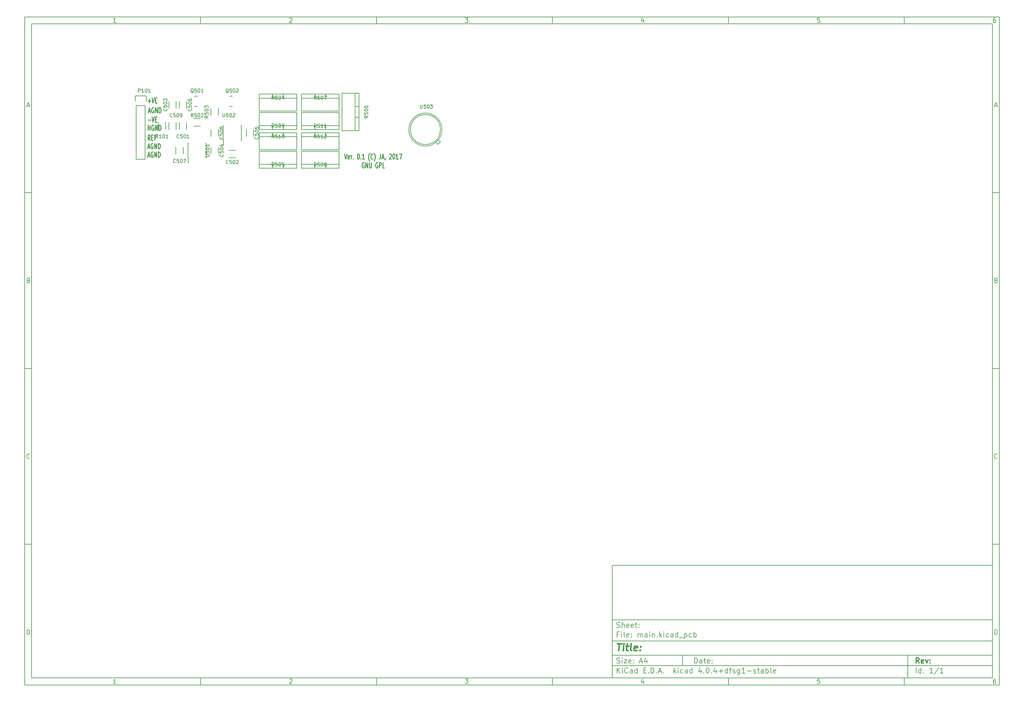
<source format=gbr>
G04 #@! TF.FileFunction,Legend,Top*
%FSLAX46Y46*%
G04 Gerber Fmt 4.6, Leading zero omitted, Abs format (unit mm)*
G04 Created by KiCad (PCBNEW 4.0.4+dfsg1-stable) date Wed Feb 15 18:20:12 2017*
%MOMM*%
%LPD*%
G01*
G04 APERTURE LIST*
%ADD10C,0.100000*%
%ADD11C,0.150000*%
%ADD12C,0.300000*%
%ADD13C,0.400000*%
%ADD14C,0.250000*%
G04 APERTURE END LIST*
D10*
D11*
X177002200Y-166007200D02*
X177002200Y-198007200D01*
X285002200Y-198007200D01*
X285002200Y-166007200D01*
X177002200Y-166007200D01*
D10*
D11*
X10000000Y-10000000D02*
X10000000Y-200007200D01*
X287002200Y-200007200D01*
X287002200Y-10000000D01*
X10000000Y-10000000D01*
D10*
D11*
X12000000Y-12000000D02*
X12000000Y-198007200D01*
X285002200Y-198007200D01*
X285002200Y-12000000D01*
X12000000Y-12000000D01*
D10*
D11*
X60000000Y-12000000D02*
X60000000Y-10000000D01*
D10*
D11*
X110000000Y-12000000D02*
X110000000Y-10000000D01*
D10*
D11*
X160000000Y-12000000D02*
X160000000Y-10000000D01*
D10*
D11*
X210000000Y-12000000D02*
X210000000Y-10000000D01*
D10*
D11*
X260000000Y-12000000D02*
X260000000Y-10000000D01*
D10*
D11*
X35990476Y-11588095D02*
X35247619Y-11588095D01*
X35619048Y-11588095D02*
X35619048Y-10288095D01*
X35495238Y-10473810D01*
X35371429Y-10597619D01*
X35247619Y-10659524D01*
D10*
D11*
X85247619Y-10411905D02*
X85309524Y-10350000D01*
X85433333Y-10288095D01*
X85742857Y-10288095D01*
X85866667Y-10350000D01*
X85928571Y-10411905D01*
X85990476Y-10535714D01*
X85990476Y-10659524D01*
X85928571Y-10845238D01*
X85185714Y-11588095D01*
X85990476Y-11588095D01*
D10*
D11*
X135185714Y-10288095D02*
X135990476Y-10288095D01*
X135557143Y-10783333D01*
X135742857Y-10783333D01*
X135866667Y-10845238D01*
X135928571Y-10907143D01*
X135990476Y-11030952D01*
X135990476Y-11340476D01*
X135928571Y-11464286D01*
X135866667Y-11526190D01*
X135742857Y-11588095D01*
X135371429Y-11588095D01*
X135247619Y-11526190D01*
X135185714Y-11464286D01*
D10*
D11*
X185866667Y-10721429D02*
X185866667Y-11588095D01*
X185557143Y-10226190D02*
X185247619Y-11154762D01*
X186052381Y-11154762D01*
D10*
D11*
X235928571Y-10288095D02*
X235309524Y-10288095D01*
X235247619Y-10907143D01*
X235309524Y-10845238D01*
X235433333Y-10783333D01*
X235742857Y-10783333D01*
X235866667Y-10845238D01*
X235928571Y-10907143D01*
X235990476Y-11030952D01*
X235990476Y-11340476D01*
X235928571Y-11464286D01*
X235866667Y-11526190D01*
X235742857Y-11588095D01*
X235433333Y-11588095D01*
X235309524Y-11526190D01*
X235247619Y-11464286D01*
D10*
D11*
X285866667Y-10288095D02*
X285619048Y-10288095D01*
X285495238Y-10350000D01*
X285433333Y-10411905D01*
X285309524Y-10597619D01*
X285247619Y-10845238D01*
X285247619Y-11340476D01*
X285309524Y-11464286D01*
X285371429Y-11526190D01*
X285495238Y-11588095D01*
X285742857Y-11588095D01*
X285866667Y-11526190D01*
X285928571Y-11464286D01*
X285990476Y-11340476D01*
X285990476Y-11030952D01*
X285928571Y-10907143D01*
X285866667Y-10845238D01*
X285742857Y-10783333D01*
X285495238Y-10783333D01*
X285371429Y-10845238D01*
X285309524Y-10907143D01*
X285247619Y-11030952D01*
D10*
D11*
X60000000Y-198007200D02*
X60000000Y-200007200D01*
D10*
D11*
X110000000Y-198007200D02*
X110000000Y-200007200D01*
D10*
D11*
X160000000Y-198007200D02*
X160000000Y-200007200D01*
D10*
D11*
X210000000Y-198007200D02*
X210000000Y-200007200D01*
D10*
D11*
X260000000Y-198007200D02*
X260000000Y-200007200D01*
D10*
D11*
X35990476Y-199595295D02*
X35247619Y-199595295D01*
X35619048Y-199595295D02*
X35619048Y-198295295D01*
X35495238Y-198481010D01*
X35371429Y-198604819D01*
X35247619Y-198666724D01*
D10*
D11*
X85247619Y-198419105D02*
X85309524Y-198357200D01*
X85433333Y-198295295D01*
X85742857Y-198295295D01*
X85866667Y-198357200D01*
X85928571Y-198419105D01*
X85990476Y-198542914D01*
X85990476Y-198666724D01*
X85928571Y-198852438D01*
X85185714Y-199595295D01*
X85990476Y-199595295D01*
D10*
D11*
X135185714Y-198295295D02*
X135990476Y-198295295D01*
X135557143Y-198790533D01*
X135742857Y-198790533D01*
X135866667Y-198852438D01*
X135928571Y-198914343D01*
X135990476Y-199038152D01*
X135990476Y-199347676D01*
X135928571Y-199471486D01*
X135866667Y-199533390D01*
X135742857Y-199595295D01*
X135371429Y-199595295D01*
X135247619Y-199533390D01*
X135185714Y-199471486D01*
D10*
D11*
X185866667Y-198728629D02*
X185866667Y-199595295D01*
X185557143Y-198233390D02*
X185247619Y-199161962D01*
X186052381Y-199161962D01*
D10*
D11*
X235928571Y-198295295D02*
X235309524Y-198295295D01*
X235247619Y-198914343D01*
X235309524Y-198852438D01*
X235433333Y-198790533D01*
X235742857Y-198790533D01*
X235866667Y-198852438D01*
X235928571Y-198914343D01*
X235990476Y-199038152D01*
X235990476Y-199347676D01*
X235928571Y-199471486D01*
X235866667Y-199533390D01*
X235742857Y-199595295D01*
X235433333Y-199595295D01*
X235309524Y-199533390D01*
X235247619Y-199471486D01*
D10*
D11*
X285866667Y-198295295D02*
X285619048Y-198295295D01*
X285495238Y-198357200D01*
X285433333Y-198419105D01*
X285309524Y-198604819D01*
X285247619Y-198852438D01*
X285247619Y-199347676D01*
X285309524Y-199471486D01*
X285371429Y-199533390D01*
X285495238Y-199595295D01*
X285742857Y-199595295D01*
X285866667Y-199533390D01*
X285928571Y-199471486D01*
X285990476Y-199347676D01*
X285990476Y-199038152D01*
X285928571Y-198914343D01*
X285866667Y-198852438D01*
X285742857Y-198790533D01*
X285495238Y-198790533D01*
X285371429Y-198852438D01*
X285309524Y-198914343D01*
X285247619Y-199038152D01*
D10*
D11*
X10000000Y-60000000D02*
X12000000Y-60000000D01*
D10*
D11*
X10000000Y-110000000D02*
X12000000Y-110000000D01*
D10*
D11*
X10000000Y-160000000D02*
X12000000Y-160000000D01*
D10*
D11*
X10690476Y-35216667D02*
X11309524Y-35216667D01*
X10566667Y-35588095D02*
X11000000Y-34288095D01*
X11433333Y-35588095D01*
D10*
D11*
X11092857Y-84907143D02*
X11278571Y-84969048D01*
X11340476Y-85030952D01*
X11402381Y-85154762D01*
X11402381Y-85340476D01*
X11340476Y-85464286D01*
X11278571Y-85526190D01*
X11154762Y-85588095D01*
X10659524Y-85588095D01*
X10659524Y-84288095D01*
X11092857Y-84288095D01*
X11216667Y-84350000D01*
X11278571Y-84411905D01*
X11340476Y-84535714D01*
X11340476Y-84659524D01*
X11278571Y-84783333D01*
X11216667Y-84845238D01*
X11092857Y-84907143D01*
X10659524Y-84907143D01*
D10*
D11*
X11402381Y-135464286D02*
X11340476Y-135526190D01*
X11154762Y-135588095D01*
X11030952Y-135588095D01*
X10845238Y-135526190D01*
X10721429Y-135402381D01*
X10659524Y-135278571D01*
X10597619Y-135030952D01*
X10597619Y-134845238D01*
X10659524Y-134597619D01*
X10721429Y-134473810D01*
X10845238Y-134350000D01*
X11030952Y-134288095D01*
X11154762Y-134288095D01*
X11340476Y-134350000D01*
X11402381Y-134411905D01*
D10*
D11*
X10659524Y-185588095D02*
X10659524Y-184288095D01*
X10969048Y-184288095D01*
X11154762Y-184350000D01*
X11278571Y-184473810D01*
X11340476Y-184597619D01*
X11402381Y-184845238D01*
X11402381Y-185030952D01*
X11340476Y-185278571D01*
X11278571Y-185402381D01*
X11154762Y-185526190D01*
X10969048Y-185588095D01*
X10659524Y-185588095D01*
D10*
D11*
X287002200Y-60000000D02*
X285002200Y-60000000D01*
D10*
D11*
X287002200Y-110000000D02*
X285002200Y-110000000D01*
D10*
D11*
X287002200Y-160000000D02*
X285002200Y-160000000D01*
D10*
D11*
X285692676Y-35216667D02*
X286311724Y-35216667D01*
X285568867Y-35588095D02*
X286002200Y-34288095D01*
X286435533Y-35588095D01*
D10*
D11*
X286095057Y-84907143D02*
X286280771Y-84969048D01*
X286342676Y-85030952D01*
X286404581Y-85154762D01*
X286404581Y-85340476D01*
X286342676Y-85464286D01*
X286280771Y-85526190D01*
X286156962Y-85588095D01*
X285661724Y-85588095D01*
X285661724Y-84288095D01*
X286095057Y-84288095D01*
X286218867Y-84350000D01*
X286280771Y-84411905D01*
X286342676Y-84535714D01*
X286342676Y-84659524D01*
X286280771Y-84783333D01*
X286218867Y-84845238D01*
X286095057Y-84907143D01*
X285661724Y-84907143D01*
D10*
D11*
X286404581Y-135464286D02*
X286342676Y-135526190D01*
X286156962Y-135588095D01*
X286033152Y-135588095D01*
X285847438Y-135526190D01*
X285723629Y-135402381D01*
X285661724Y-135278571D01*
X285599819Y-135030952D01*
X285599819Y-134845238D01*
X285661724Y-134597619D01*
X285723629Y-134473810D01*
X285847438Y-134350000D01*
X286033152Y-134288095D01*
X286156962Y-134288095D01*
X286342676Y-134350000D01*
X286404581Y-134411905D01*
D10*
D11*
X285661724Y-185588095D02*
X285661724Y-184288095D01*
X285971248Y-184288095D01*
X286156962Y-184350000D01*
X286280771Y-184473810D01*
X286342676Y-184597619D01*
X286404581Y-184845238D01*
X286404581Y-185030952D01*
X286342676Y-185278571D01*
X286280771Y-185402381D01*
X286156962Y-185526190D01*
X285971248Y-185588095D01*
X285661724Y-185588095D01*
D10*
D11*
X200359343Y-193785771D02*
X200359343Y-192285771D01*
X200716486Y-192285771D01*
X200930771Y-192357200D01*
X201073629Y-192500057D01*
X201145057Y-192642914D01*
X201216486Y-192928629D01*
X201216486Y-193142914D01*
X201145057Y-193428629D01*
X201073629Y-193571486D01*
X200930771Y-193714343D01*
X200716486Y-193785771D01*
X200359343Y-193785771D01*
X202502200Y-193785771D02*
X202502200Y-193000057D01*
X202430771Y-192857200D01*
X202287914Y-192785771D01*
X202002200Y-192785771D01*
X201859343Y-192857200D01*
X202502200Y-193714343D02*
X202359343Y-193785771D01*
X202002200Y-193785771D01*
X201859343Y-193714343D01*
X201787914Y-193571486D01*
X201787914Y-193428629D01*
X201859343Y-193285771D01*
X202002200Y-193214343D01*
X202359343Y-193214343D01*
X202502200Y-193142914D01*
X203002200Y-192785771D02*
X203573629Y-192785771D01*
X203216486Y-192285771D02*
X203216486Y-193571486D01*
X203287914Y-193714343D01*
X203430772Y-193785771D01*
X203573629Y-193785771D01*
X204645057Y-193714343D02*
X204502200Y-193785771D01*
X204216486Y-193785771D01*
X204073629Y-193714343D01*
X204002200Y-193571486D01*
X204002200Y-193000057D01*
X204073629Y-192857200D01*
X204216486Y-192785771D01*
X204502200Y-192785771D01*
X204645057Y-192857200D01*
X204716486Y-193000057D01*
X204716486Y-193142914D01*
X204002200Y-193285771D01*
X205359343Y-193642914D02*
X205430771Y-193714343D01*
X205359343Y-193785771D01*
X205287914Y-193714343D01*
X205359343Y-193642914D01*
X205359343Y-193785771D01*
X205359343Y-192857200D02*
X205430771Y-192928629D01*
X205359343Y-193000057D01*
X205287914Y-192928629D01*
X205359343Y-192857200D01*
X205359343Y-193000057D01*
D10*
D11*
X177002200Y-194507200D02*
X285002200Y-194507200D01*
D10*
D11*
X178359343Y-196585771D02*
X178359343Y-195085771D01*
X179216486Y-196585771D02*
X178573629Y-195728629D01*
X179216486Y-195085771D02*
X178359343Y-195942914D01*
X179859343Y-196585771D02*
X179859343Y-195585771D01*
X179859343Y-195085771D02*
X179787914Y-195157200D01*
X179859343Y-195228629D01*
X179930771Y-195157200D01*
X179859343Y-195085771D01*
X179859343Y-195228629D01*
X181430772Y-196442914D02*
X181359343Y-196514343D01*
X181145057Y-196585771D01*
X181002200Y-196585771D01*
X180787915Y-196514343D01*
X180645057Y-196371486D01*
X180573629Y-196228629D01*
X180502200Y-195942914D01*
X180502200Y-195728629D01*
X180573629Y-195442914D01*
X180645057Y-195300057D01*
X180787915Y-195157200D01*
X181002200Y-195085771D01*
X181145057Y-195085771D01*
X181359343Y-195157200D01*
X181430772Y-195228629D01*
X182716486Y-196585771D02*
X182716486Y-195800057D01*
X182645057Y-195657200D01*
X182502200Y-195585771D01*
X182216486Y-195585771D01*
X182073629Y-195657200D01*
X182716486Y-196514343D02*
X182573629Y-196585771D01*
X182216486Y-196585771D01*
X182073629Y-196514343D01*
X182002200Y-196371486D01*
X182002200Y-196228629D01*
X182073629Y-196085771D01*
X182216486Y-196014343D01*
X182573629Y-196014343D01*
X182716486Y-195942914D01*
X184073629Y-196585771D02*
X184073629Y-195085771D01*
X184073629Y-196514343D02*
X183930772Y-196585771D01*
X183645058Y-196585771D01*
X183502200Y-196514343D01*
X183430772Y-196442914D01*
X183359343Y-196300057D01*
X183359343Y-195871486D01*
X183430772Y-195728629D01*
X183502200Y-195657200D01*
X183645058Y-195585771D01*
X183930772Y-195585771D01*
X184073629Y-195657200D01*
X185930772Y-195800057D02*
X186430772Y-195800057D01*
X186645058Y-196585771D02*
X185930772Y-196585771D01*
X185930772Y-195085771D01*
X186645058Y-195085771D01*
X187287915Y-196442914D02*
X187359343Y-196514343D01*
X187287915Y-196585771D01*
X187216486Y-196514343D01*
X187287915Y-196442914D01*
X187287915Y-196585771D01*
X188002201Y-196585771D02*
X188002201Y-195085771D01*
X188359344Y-195085771D01*
X188573629Y-195157200D01*
X188716487Y-195300057D01*
X188787915Y-195442914D01*
X188859344Y-195728629D01*
X188859344Y-195942914D01*
X188787915Y-196228629D01*
X188716487Y-196371486D01*
X188573629Y-196514343D01*
X188359344Y-196585771D01*
X188002201Y-196585771D01*
X189502201Y-196442914D02*
X189573629Y-196514343D01*
X189502201Y-196585771D01*
X189430772Y-196514343D01*
X189502201Y-196442914D01*
X189502201Y-196585771D01*
X190145058Y-196157200D02*
X190859344Y-196157200D01*
X190002201Y-196585771D02*
X190502201Y-195085771D01*
X191002201Y-196585771D01*
X191502201Y-196442914D02*
X191573629Y-196514343D01*
X191502201Y-196585771D01*
X191430772Y-196514343D01*
X191502201Y-196442914D01*
X191502201Y-196585771D01*
X194502201Y-196585771D02*
X194502201Y-195085771D01*
X194645058Y-196014343D02*
X195073629Y-196585771D01*
X195073629Y-195585771D02*
X194502201Y-196157200D01*
X195716487Y-196585771D02*
X195716487Y-195585771D01*
X195716487Y-195085771D02*
X195645058Y-195157200D01*
X195716487Y-195228629D01*
X195787915Y-195157200D01*
X195716487Y-195085771D01*
X195716487Y-195228629D01*
X197073630Y-196514343D02*
X196930773Y-196585771D01*
X196645059Y-196585771D01*
X196502201Y-196514343D01*
X196430773Y-196442914D01*
X196359344Y-196300057D01*
X196359344Y-195871486D01*
X196430773Y-195728629D01*
X196502201Y-195657200D01*
X196645059Y-195585771D01*
X196930773Y-195585771D01*
X197073630Y-195657200D01*
X198359344Y-196585771D02*
X198359344Y-195800057D01*
X198287915Y-195657200D01*
X198145058Y-195585771D01*
X197859344Y-195585771D01*
X197716487Y-195657200D01*
X198359344Y-196514343D02*
X198216487Y-196585771D01*
X197859344Y-196585771D01*
X197716487Y-196514343D01*
X197645058Y-196371486D01*
X197645058Y-196228629D01*
X197716487Y-196085771D01*
X197859344Y-196014343D01*
X198216487Y-196014343D01*
X198359344Y-195942914D01*
X199716487Y-196585771D02*
X199716487Y-195085771D01*
X199716487Y-196514343D02*
X199573630Y-196585771D01*
X199287916Y-196585771D01*
X199145058Y-196514343D01*
X199073630Y-196442914D01*
X199002201Y-196300057D01*
X199002201Y-195871486D01*
X199073630Y-195728629D01*
X199145058Y-195657200D01*
X199287916Y-195585771D01*
X199573630Y-195585771D01*
X199716487Y-195657200D01*
X202216487Y-195585771D02*
X202216487Y-196585771D01*
X201859344Y-195014343D02*
X201502201Y-196085771D01*
X202430773Y-196085771D01*
X203002201Y-196442914D02*
X203073629Y-196514343D01*
X203002201Y-196585771D01*
X202930772Y-196514343D01*
X203002201Y-196442914D01*
X203002201Y-196585771D01*
X204002201Y-195085771D02*
X204145058Y-195085771D01*
X204287915Y-195157200D01*
X204359344Y-195228629D01*
X204430773Y-195371486D01*
X204502201Y-195657200D01*
X204502201Y-196014343D01*
X204430773Y-196300057D01*
X204359344Y-196442914D01*
X204287915Y-196514343D01*
X204145058Y-196585771D01*
X204002201Y-196585771D01*
X203859344Y-196514343D01*
X203787915Y-196442914D01*
X203716487Y-196300057D01*
X203645058Y-196014343D01*
X203645058Y-195657200D01*
X203716487Y-195371486D01*
X203787915Y-195228629D01*
X203859344Y-195157200D01*
X204002201Y-195085771D01*
X205145058Y-196442914D02*
X205216486Y-196514343D01*
X205145058Y-196585771D01*
X205073629Y-196514343D01*
X205145058Y-196442914D01*
X205145058Y-196585771D01*
X206502201Y-195585771D02*
X206502201Y-196585771D01*
X206145058Y-195014343D02*
X205787915Y-196085771D01*
X206716487Y-196085771D01*
X207287915Y-196014343D02*
X208430772Y-196014343D01*
X207859343Y-196585771D02*
X207859343Y-195442914D01*
X209787915Y-196585771D02*
X209787915Y-195085771D01*
X209787915Y-196514343D02*
X209645058Y-196585771D01*
X209359344Y-196585771D01*
X209216486Y-196514343D01*
X209145058Y-196442914D01*
X209073629Y-196300057D01*
X209073629Y-195871486D01*
X209145058Y-195728629D01*
X209216486Y-195657200D01*
X209359344Y-195585771D01*
X209645058Y-195585771D01*
X209787915Y-195657200D01*
X210287915Y-195585771D02*
X210859344Y-195585771D01*
X210502201Y-196585771D02*
X210502201Y-195300057D01*
X210573629Y-195157200D01*
X210716487Y-195085771D01*
X210859344Y-195085771D01*
X211287915Y-196514343D02*
X211430772Y-196585771D01*
X211716487Y-196585771D01*
X211859344Y-196514343D01*
X211930772Y-196371486D01*
X211930772Y-196300057D01*
X211859344Y-196157200D01*
X211716487Y-196085771D01*
X211502201Y-196085771D01*
X211359344Y-196014343D01*
X211287915Y-195871486D01*
X211287915Y-195800057D01*
X211359344Y-195657200D01*
X211502201Y-195585771D01*
X211716487Y-195585771D01*
X211859344Y-195657200D01*
X213216487Y-195585771D02*
X213216487Y-196800057D01*
X213145058Y-196942914D01*
X213073630Y-197014343D01*
X212930773Y-197085771D01*
X212716487Y-197085771D01*
X212573630Y-197014343D01*
X213216487Y-196514343D02*
X213073630Y-196585771D01*
X212787916Y-196585771D01*
X212645058Y-196514343D01*
X212573630Y-196442914D01*
X212502201Y-196300057D01*
X212502201Y-195871486D01*
X212573630Y-195728629D01*
X212645058Y-195657200D01*
X212787916Y-195585771D01*
X213073630Y-195585771D01*
X213216487Y-195657200D01*
X214716487Y-196585771D02*
X213859344Y-196585771D01*
X214287916Y-196585771D02*
X214287916Y-195085771D01*
X214145059Y-195300057D01*
X214002201Y-195442914D01*
X213859344Y-195514343D01*
X215359344Y-196014343D02*
X216502201Y-196014343D01*
X217145058Y-196514343D02*
X217287915Y-196585771D01*
X217573630Y-196585771D01*
X217716487Y-196514343D01*
X217787915Y-196371486D01*
X217787915Y-196300057D01*
X217716487Y-196157200D01*
X217573630Y-196085771D01*
X217359344Y-196085771D01*
X217216487Y-196014343D01*
X217145058Y-195871486D01*
X217145058Y-195800057D01*
X217216487Y-195657200D01*
X217359344Y-195585771D01*
X217573630Y-195585771D01*
X217716487Y-195657200D01*
X218216487Y-195585771D02*
X218787916Y-195585771D01*
X218430773Y-195085771D02*
X218430773Y-196371486D01*
X218502201Y-196514343D01*
X218645059Y-196585771D01*
X218787916Y-196585771D01*
X219930773Y-196585771D02*
X219930773Y-195800057D01*
X219859344Y-195657200D01*
X219716487Y-195585771D01*
X219430773Y-195585771D01*
X219287916Y-195657200D01*
X219930773Y-196514343D02*
X219787916Y-196585771D01*
X219430773Y-196585771D01*
X219287916Y-196514343D01*
X219216487Y-196371486D01*
X219216487Y-196228629D01*
X219287916Y-196085771D01*
X219430773Y-196014343D01*
X219787916Y-196014343D01*
X219930773Y-195942914D01*
X220645059Y-196585771D02*
X220645059Y-195085771D01*
X220645059Y-195657200D02*
X220787916Y-195585771D01*
X221073630Y-195585771D01*
X221216487Y-195657200D01*
X221287916Y-195728629D01*
X221359345Y-195871486D01*
X221359345Y-196300057D01*
X221287916Y-196442914D01*
X221216487Y-196514343D01*
X221073630Y-196585771D01*
X220787916Y-196585771D01*
X220645059Y-196514343D01*
X222216488Y-196585771D02*
X222073630Y-196514343D01*
X222002202Y-196371486D01*
X222002202Y-195085771D01*
X223359344Y-196514343D02*
X223216487Y-196585771D01*
X222930773Y-196585771D01*
X222787916Y-196514343D01*
X222716487Y-196371486D01*
X222716487Y-195800057D01*
X222787916Y-195657200D01*
X222930773Y-195585771D01*
X223216487Y-195585771D01*
X223359344Y-195657200D01*
X223430773Y-195800057D01*
X223430773Y-195942914D01*
X222716487Y-196085771D01*
D10*
D11*
X177002200Y-191507200D02*
X285002200Y-191507200D01*
D10*
D12*
X264216486Y-193785771D02*
X263716486Y-193071486D01*
X263359343Y-193785771D02*
X263359343Y-192285771D01*
X263930771Y-192285771D01*
X264073629Y-192357200D01*
X264145057Y-192428629D01*
X264216486Y-192571486D01*
X264216486Y-192785771D01*
X264145057Y-192928629D01*
X264073629Y-193000057D01*
X263930771Y-193071486D01*
X263359343Y-193071486D01*
X265430771Y-193714343D02*
X265287914Y-193785771D01*
X265002200Y-193785771D01*
X264859343Y-193714343D01*
X264787914Y-193571486D01*
X264787914Y-193000057D01*
X264859343Y-192857200D01*
X265002200Y-192785771D01*
X265287914Y-192785771D01*
X265430771Y-192857200D01*
X265502200Y-193000057D01*
X265502200Y-193142914D01*
X264787914Y-193285771D01*
X266002200Y-192785771D02*
X266359343Y-193785771D01*
X266716485Y-192785771D01*
X267287914Y-193642914D02*
X267359342Y-193714343D01*
X267287914Y-193785771D01*
X267216485Y-193714343D01*
X267287914Y-193642914D01*
X267287914Y-193785771D01*
X267287914Y-192857200D02*
X267359342Y-192928629D01*
X267287914Y-193000057D01*
X267216485Y-192928629D01*
X267287914Y-192857200D01*
X267287914Y-193000057D01*
D10*
D11*
X178287914Y-193714343D02*
X178502200Y-193785771D01*
X178859343Y-193785771D01*
X179002200Y-193714343D01*
X179073629Y-193642914D01*
X179145057Y-193500057D01*
X179145057Y-193357200D01*
X179073629Y-193214343D01*
X179002200Y-193142914D01*
X178859343Y-193071486D01*
X178573629Y-193000057D01*
X178430771Y-192928629D01*
X178359343Y-192857200D01*
X178287914Y-192714343D01*
X178287914Y-192571486D01*
X178359343Y-192428629D01*
X178430771Y-192357200D01*
X178573629Y-192285771D01*
X178930771Y-192285771D01*
X179145057Y-192357200D01*
X179787914Y-193785771D02*
X179787914Y-192785771D01*
X179787914Y-192285771D02*
X179716485Y-192357200D01*
X179787914Y-192428629D01*
X179859342Y-192357200D01*
X179787914Y-192285771D01*
X179787914Y-192428629D01*
X180359343Y-192785771D02*
X181145057Y-192785771D01*
X180359343Y-193785771D01*
X181145057Y-193785771D01*
X182287914Y-193714343D02*
X182145057Y-193785771D01*
X181859343Y-193785771D01*
X181716486Y-193714343D01*
X181645057Y-193571486D01*
X181645057Y-193000057D01*
X181716486Y-192857200D01*
X181859343Y-192785771D01*
X182145057Y-192785771D01*
X182287914Y-192857200D01*
X182359343Y-193000057D01*
X182359343Y-193142914D01*
X181645057Y-193285771D01*
X183002200Y-193642914D02*
X183073628Y-193714343D01*
X183002200Y-193785771D01*
X182930771Y-193714343D01*
X183002200Y-193642914D01*
X183002200Y-193785771D01*
X183002200Y-192857200D02*
X183073628Y-192928629D01*
X183002200Y-193000057D01*
X182930771Y-192928629D01*
X183002200Y-192857200D01*
X183002200Y-193000057D01*
X184787914Y-193357200D02*
X185502200Y-193357200D01*
X184645057Y-193785771D02*
X185145057Y-192285771D01*
X185645057Y-193785771D01*
X186787914Y-192785771D02*
X186787914Y-193785771D01*
X186430771Y-192214343D02*
X186073628Y-193285771D01*
X187002200Y-193285771D01*
D10*
D11*
X263359343Y-196585771D02*
X263359343Y-195085771D01*
X264716486Y-196585771D02*
X264716486Y-195085771D01*
X264716486Y-196514343D02*
X264573629Y-196585771D01*
X264287915Y-196585771D01*
X264145057Y-196514343D01*
X264073629Y-196442914D01*
X264002200Y-196300057D01*
X264002200Y-195871486D01*
X264073629Y-195728629D01*
X264145057Y-195657200D01*
X264287915Y-195585771D01*
X264573629Y-195585771D01*
X264716486Y-195657200D01*
X265430772Y-196442914D02*
X265502200Y-196514343D01*
X265430772Y-196585771D01*
X265359343Y-196514343D01*
X265430772Y-196442914D01*
X265430772Y-196585771D01*
X265430772Y-195657200D02*
X265502200Y-195728629D01*
X265430772Y-195800057D01*
X265359343Y-195728629D01*
X265430772Y-195657200D01*
X265430772Y-195800057D01*
X268073629Y-196585771D02*
X267216486Y-196585771D01*
X267645058Y-196585771D02*
X267645058Y-195085771D01*
X267502201Y-195300057D01*
X267359343Y-195442914D01*
X267216486Y-195514343D01*
X269787914Y-195014343D02*
X268502200Y-196942914D01*
X271073629Y-196585771D02*
X270216486Y-196585771D01*
X270645058Y-196585771D02*
X270645058Y-195085771D01*
X270502201Y-195300057D01*
X270359343Y-195442914D01*
X270216486Y-195514343D01*
D10*
D11*
X177002200Y-187507200D02*
X285002200Y-187507200D01*
D10*
D13*
X178454581Y-188211962D02*
X179597438Y-188211962D01*
X178776010Y-190211962D02*
X179026010Y-188211962D01*
X180014105Y-190211962D02*
X180180771Y-188878629D01*
X180264105Y-188211962D02*
X180156962Y-188307200D01*
X180240295Y-188402438D01*
X180347439Y-188307200D01*
X180264105Y-188211962D01*
X180240295Y-188402438D01*
X180847438Y-188878629D02*
X181609343Y-188878629D01*
X181216486Y-188211962D02*
X181002200Y-189926248D01*
X181073630Y-190116724D01*
X181252201Y-190211962D01*
X181442677Y-190211962D01*
X182395058Y-190211962D02*
X182216487Y-190116724D01*
X182145057Y-189926248D01*
X182359343Y-188211962D01*
X183930772Y-190116724D02*
X183728391Y-190211962D01*
X183347439Y-190211962D01*
X183168867Y-190116724D01*
X183097438Y-189926248D01*
X183192676Y-189164343D01*
X183311724Y-188973867D01*
X183514105Y-188878629D01*
X183895057Y-188878629D01*
X184073629Y-188973867D01*
X184145057Y-189164343D01*
X184121248Y-189354819D01*
X183145057Y-189545295D01*
X184895057Y-190021486D02*
X184978392Y-190116724D01*
X184871248Y-190211962D01*
X184787915Y-190116724D01*
X184895057Y-190021486D01*
X184871248Y-190211962D01*
X185026010Y-188973867D02*
X185109344Y-189069105D01*
X185002200Y-189164343D01*
X184918867Y-189069105D01*
X185026010Y-188973867D01*
X185002200Y-189164343D01*
D10*
D11*
X178859343Y-185600057D02*
X178359343Y-185600057D01*
X178359343Y-186385771D02*
X178359343Y-184885771D01*
X179073629Y-184885771D01*
X179645057Y-186385771D02*
X179645057Y-185385771D01*
X179645057Y-184885771D02*
X179573628Y-184957200D01*
X179645057Y-185028629D01*
X179716485Y-184957200D01*
X179645057Y-184885771D01*
X179645057Y-185028629D01*
X180573629Y-186385771D02*
X180430771Y-186314343D01*
X180359343Y-186171486D01*
X180359343Y-184885771D01*
X181716485Y-186314343D02*
X181573628Y-186385771D01*
X181287914Y-186385771D01*
X181145057Y-186314343D01*
X181073628Y-186171486D01*
X181073628Y-185600057D01*
X181145057Y-185457200D01*
X181287914Y-185385771D01*
X181573628Y-185385771D01*
X181716485Y-185457200D01*
X181787914Y-185600057D01*
X181787914Y-185742914D01*
X181073628Y-185885771D01*
X182430771Y-186242914D02*
X182502199Y-186314343D01*
X182430771Y-186385771D01*
X182359342Y-186314343D01*
X182430771Y-186242914D01*
X182430771Y-186385771D01*
X182430771Y-185457200D02*
X182502199Y-185528629D01*
X182430771Y-185600057D01*
X182359342Y-185528629D01*
X182430771Y-185457200D01*
X182430771Y-185600057D01*
X184287914Y-186385771D02*
X184287914Y-185385771D01*
X184287914Y-185528629D02*
X184359342Y-185457200D01*
X184502200Y-185385771D01*
X184716485Y-185385771D01*
X184859342Y-185457200D01*
X184930771Y-185600057D01*
X184930771Y-186385771D01*
X184930771Y-185600057D02*
X185002200Y-185457200D01*
X185145057Y-185385771D01*
X185359342Y-185385771D01*
X185502200Y-185457200D01*
X185573628Y-185600057D01*
X185573628Y-186385771D01*
X186930771Y-186385771D02*
X186930771Y-185600057D01*
X186859342Y-185457200D01*
X186716485Y-185385771D01*
X186430771Y-185385771D01*
X186287914Y-185457200D01*
X186930771Y-186314343D02*
X186787914Y-186385771D01*
X186430771Y-186385771D01*
X186287914Y-186314343D01*
X186216485Y-186171486D01*
X186216485Y-186028629D01*
X186287914Y-185885771D01*
X186430771Y-185814343D01*
X186787914Y-185814343D01*
X186930771Y-185742914D01*
X187645057Y-186385771D02*
X187645057Y-185385771D01*
X187645057Y-184885771D02*
X187573628Y-184957200D01*
X187645057Y-185028629D01*
X187716485Y-184957200D01*
X187645057Y-184885771D01*
X187645057Y-185028629D01*
X188359343Y-185385771D02*
X188359343Y-186385771D01*
X188359343Y-185528629D02*
X188430771Y-185457200D01*
X188573629Y-185385771D01*
X188787914Y-185385771D01*
X188930771Y-185457200D01*
X189002200Y-185600057D01*
X189002200Y-186385771D01*
X189716486Y-186242914D02*
X189787914Y-186314343D01*
X189716486Y-186385771D01*
X189645057Y-186314343D01*
X189716486Y-186242914D01*
X189716486Y-186385771D01*
X190430772Y-186385771D02*
X190430772Y-184885771D01*
X190573629Y-185814343D02*
X191002200Y-186385771D01*
X191002200Y-185385771D02*
X190430772Y-185957200D01*
X191645058Y-186385771D02*
X191645058Y-185385771D01*
X191645058Y-184885771D02*
X191573629Y-184957200D01*
X191645058Y-185028629D01*
X191716486Y-184957200D01*
X191645058Y-184885771D01*
X191645058Y-185028629D01*
X193002201Y-186314343D02*
X192859344Y-186385771D01*
X192573630Y-186385771D01*
X192430772Y-186314343D01*
X192359344Y-186242914D01*
X192287915Y-186100057D01*
X192287915Y-185671486D01*
X192359344Y-185528629D01*
X192430772Y-185457200D01*
X192573630Y-185385771D01*
X192859344Y-185385771D01*
X193002201Y-185457200D01*
X194287915Y-186385771D02*
X194287915Y-185600057D01*
X194216486Y-185457200D01*
X194073629Y-185385771D01*
X193787915Y-185385771D01*
X193645058Y-185457200D01*
X194287915Y-186314343D02*
X194145058Y-186385771D01*
X193787915Y-186385771D01*
X193645058Y-186314343D01*
X193573629Y-186171486D01*
X193573629Y-186028629D01*
X193645058Y-185885771D01*
X193787915Y-185814343D01*
X194145058Y-185814343D01*
X194287915Y-185742914D01*
X195645058Y-186385771D02*
X195645058Y-184885771D01*
X195645058Y-186314343D02*
X195502201Y-186385771D01*
X195216487Y-186385771D01*
X195073629Y-186314343D01*
X195002201Y-186242914D01*
X194930772Y-186100057D01*
X194930772Y-185671486D01*
X195002201Y-185528629D01*
X195073629Y-185457200D01*
X195216487Y-185385771D01*
X195502201Y-185385771D01*
X195645058Y-185457200D01*
X196002201Y-186528629D02*
X197145058Y-186528629D01*
X197502201Y-185385771D02*
X197502201Y-186885771D01*
X197502201Y-185457200D02*
X197645058Y-185385771D01*
X197930772Y-185385771D01*
X198073629Y-185457200D01*
X198145058Y-185528629D01*
X198216487Y-185671486D01*
X198216487Y-186100057D01*
X198145058Y-186242914D01*
X198073629Y-186314343D01*
X197930772Y-186385771D01*
X197645058Y-186385771D01*
X197502201Y-186314343D01*
X199502201Y-186314343D02*
X199359344Y-186385771D01*
X199073630Y-186385771D01*
X198930772Y-186314343D01*
X198859344Y-186242914D01*
X198787915Y-186100057D01*
X198787915Y-185671486D01*
X198859344Y-185528629D01*
X198930772Y-185457200D01*
X199073630Y-185385771D01*
X199359344Y-185385771D01*
X199502201Y-185457200D01*
X200145058Y-186385771D02*
X200145058Y-184885771D01*
X200145058Y-185457200D02*
X200287915Y-185385771D01*
X200573629Y-185385771D01*
X200716486Y-185457200D01*
X200787915Y-185528629D01*
X200859344Y-185671486D01*
X200859344Y-186100057D01*
X200787915Y-186242914D01*
X200716486Y-186314343D01*
X200573629Y-186385771D01*
X200287915Y-186385771D01*
X200145058Y-186314343D01*
D10*
D11*
X177002200Y-181507200D02*
X285002200Y-181507200D01*
D10*
D11*
X178287914Y-183614343D02*
X178502200Y-183685771D01*
X178859343Y-183685771D01*
X179002200Y-183614343D01*
X179073629Y-183542914D01*
X179145057Y-183400057D01*
X179145057Y-183257200D01*
X179073629Y-183114343D01*
X179002200Y-183042914D01*
X178859343Y-182971486D01*
X178573629Y-182900057D01*
X178430771Y-182828629D01*
X178359343Y-182757200D01*
X178287914Y-182614343D01*
X178287914Y-182471486D01*
X178359343Y-182328629D01*
X178430771Y-182257200D01*
X178573629Y-182185771D01*
X178930771Y-182185771D01*
X179145057Y-182257200D01*
X179787914Y-183685771D02*
X179787914Y-182185771D01*
X180430771Y-183685771D02*
X180430771Y-182900057D01*
X180359342Y-182757200D01*
X180216485Y-182685771D01*
X180002200Y-182685771D01*
X179859342Y-182757200D01*
X179787914Y-182828629D01*
X181716485Y-183614343D02*
X181573628Y-183685771D01*
X181287914Y-183685771D01*
X181145057Y-183614343D01*
X181073628Y-183471486D01*
X181073628Y-182900057D01*
X181145057Y-182757200D01*
X181287914Y-182685771D01*
X181573628Y-182685771D01*
X181716485Y-182757200D01*
X181787914Y-182900057D01*
X181787914Y-183042914D01*
X181073628Y-183185771D01*
X183002199Y-183614343D02*
X182859342Y-183685771D01*
X182573628Y-183685771D01*
X182430771Y-183614343D01*
X182359342Y-183471486D01*
X182359342Y-182900057D01*
X182430771Y-182757200D01*
X182573628Y-182685771D01*
X182859342Y-182685771D01*
X183002199Y-182757200D01*
X183073628Y-182900057D01*
X183073628Y-183042914D01*
X182359342Y-183185771D01*
X183502199Y-182685771D02*
X184073628Y-182685771D01*
X183716485Y-182185771D02*
X183716485Y-183471486D01*
X183787913Y-183614343D01*
X183930771Y-183685771D01*
X184073628Y-183685771D01*
X184573628Y-183542914D02*
X184645056Y-183614343D01*
X184573628Y-183685771D01*
X184502199Y-183614343D01*
X184573628Y-183542914D01*
X184573628Y-183685771D01*
X184573628Y-182757200D02*
X184645056Y-182828629D01*
X184573628Y-182900057D01*
X184502199Y-182828629D01*
X184573628Y-182757200D01*
X184573628Y-182900057D01*
D10*
D11*
X197002200Y-191507200D02*
X197002200Y-194507200D01*
D10*
D11*
X261002200Y-191507200D02*
X261002200Y-198007200D01*
D14*
X100857142Y-48928571D02*
X101190475Y-50428571D01*
X101523809Y-48928571D01*
X102238095Y-50357143D02*
X102142857Y-50428571D01*
X101952380Y-50428571D01*
X101857142Y-50357143D01*
X101809523Y-50214286D01*
X101809523Y-49642857D01*
X101857142Y-49500000D01*
X101952380Y-49428571D01*
X102142857Y-49428571D01*
X102238095Y-49500000D01*
X102285714Y-49642857D01*
X102285714Y-49785714D01*
X101809523Y-49928571D01*
X102714285Y-50428571D02*
X102714285Y-49428571D01*
X102714285Y-49714286D02*
X102761904Y-49571429D01*
X102809523Y-49500000D01*
X102904761Y-49428571D01*
X103000000Y-49428571D01*
X103333333Y-50285714D02*
X103380952Y-50357143D01*
X103333333Y-50428571D01*
X103285714Y-50357143D01*
X103333333Y-50285714D01*
X103333333Y-50428571D01*
X104761904Y-48928571D02*
X104857143Y-48928571D01*
X104952381Y-49000000D01*
X105000000Y-49071429D01*
X105047619Y-49214286D01*
X105095238Y-49500000D01*
X105095238Y-49857143D01*
X105047619Y-50142857D01*
X105000000Y-50285714D01*
X104952381Y-50357143D01*
X104857143Y-50428571D01*
X104761904Y-50428571D01*
X104666666Y-50357143D01*
X104619047Y-50285714D01*
X104571428Y-50142857D01*
X104523809Y-49857143D01*
X104523809Y-49500000D01*
X104571428Y-49214286D01*
X104619047Y-49071429D01*
X104666666Y-49000000D01*
X104761904Y-48928571D01*
X105523809Y-50285714D02*
X105571428Y-50357143D01*
X105523809Y-50428571D01*
X105476190Y-50357143D01*
X105523809Y-50285714D01*
X105523809Y-50428571D01*
X106523809Y-50428571D02*
X105952380Y-50428571D01*
X106238094Y-50428571D02*
X106238094Y-48928571D01*
X106142856Y-49142857D01*
X106047618Y-49285714D01*
X105952380Y-49357143D01*
X108000000Y-51000000D02*
X107952380Y-50928571D01*
X107857142Y-50714286D01*
X107809523Y-50571429D01*
X107761904Y-50357143D01*
X107714285Y-50000000D01*
X107714285Y-49714286D01*
X107761904Y-49357143D01*
X107809523Y-49142857D01*
X107857142Y-49000000D01*
X107952380Y-48785714D01*
X108000000Y-48714286D01*
X108952381Y-50285714D02*
X108904762Y-50357143D01*
X108761905Y-50428571D01*
X108666667Y-50428571D01*
X108523809Y-50357143D01*
X108428571Y-50214286D01*
X108380952Y-50071429D01*
X108333333Y-49785714D01*
X108333333Y-49571429D01*
X108380952Y-49285714D01*
X108428571Y-49142857D01*
X108523809Y-49000000D01*
X108666667Y-48928571D01*
X108761905Y-48928571D01*
X108904762Y-49000000D01*
X108952381Y-49071429D01*
X109285714Y-51000000D02*
X109333333Y-50928571D01*
X109428571Y-50714286D01*
X109476190Y-50571429D01*
X109523809Y-50357143D01*
X109571428Y-50000000D01*
X109571428Y-49714286D01*
X109523809Y-49357143D01*
X109476190Y-49142857D01*
X109428571Y-49000000D01*
X109333333Y-48785714D01*
X109285714Y-48714286D01*
X111095239Y-48928571D02*
X111095239Y-50000000D01*
X111047619Y-50214286D01*
X110952381Y-50357143D01*
X110809524Y-50428571D01*
X110714286Y-50428571D01*
X111523810Y-50000000D02*
X112000001Y-50000000D01*
X111428572Y-50428571D02*
X111761905Y-48928571D01*
X112095239Y-50428571D01*
X112476191Y-50357143D02*
X112476191Y-50428571D01*
X112428572Y-50571429D01*
X112380953Y-50642857D01*
X113619048Y-49071429D02*
X113666667Y-49000000D01*
X113761905Y-48928571D01*
X114000001Y-48928571D01*
X114095239Y-49000000D01*
X114142858Y-49071429D01*
X114190477Y-49214286D01*
X114190477Y-49357143D01*
X114142858Y-49571429D01*
X113571429Y-50428571D01*
X114190477Y-50428571D01*
X114809524Y-48928571D02*
X114904763Y-48928571D01*
X115000001Y-49000000D01*
X115047620Y-49071429D01*
X115095239Y-49214286D01*
X115142858Y-49500000D01*
X115142858Y-49857143D01*
X115095239Y-50142857D01*
X115047620Y-50285714D01*
X115000001Y-50357143D01*
X114904763Y-50428571D01*
X114809524Y-50428571D01*
X114714286Y-50357143D01*
X114666667Y-50285714D01*
X114619048Y-50142857D01*
X114571429Y-49857143D01*
X114571429Y-49500000D01*
X114619048Y-49214286D01*
X114666667Y-49071429D01*
X114714286Y-49000000D01*
X114809524Y-48928571D01*
X116095239Y-50428571D02*
X115523810Y-50428571D01*
X115809524Y-50428571D02*
X115809524Y-48928571D01*
X115714286Y-49142857D01*
X115619048Y-49285714D01*
X115523810Y-49357143D01*
X116428572Y-48928571D02*
X117095239Y-48928571D01*
X116666667Y-50428571D01*
X106428572Y-51500000D02*
X106333334Y-51428571D01*
X106190477Y-51428571D01*
X106047619Y-51500000D01*
X105952381Y-51642857D01*
X105904762Y-51785714D01*
X105857143Y-52071429D01*
X105857143Y-52285714D01*
X105904762Y-52571429D01*
X105952381Y-52714286D01*
X106047619Y-52857143D01*
X106190477Y-52928571D01*
X106285715Y-52928571D01*
X106428572Y-52857143D01*
X106476191Y-52785714D01*
X106476191Y-52285714D01*
X106285715Y-52285714D01*
X106904762Y-52928571D02*
X106904762Y-51428571D01*
X107476191Y-52928571D01*
X107476191Y-51428571D01*
X107952381Y-51428571D02*
X107952381Y-52642857D01*
X108000000Y-52785714D01*
X108047619Y-52857143D01*
X108142857Y-52928571D01*
X108333334Y-52928571D01*
X108428572Y-52857143D01*
X108476191Y-52785714D01*
X108523810Y-52642857D01*
X108523810Y-51428571D01*
X110285715Y-51500000D02*
X110190477Y-51428571D01*
X110047620Y-51428571D01*
X109904762Y-51500000D01*
X109809524Y-51642857D01*
X109761905Y-51785714D01*
X109714286Y-52071429D01*
X109714286Y-52285714D01*
X109761905Y-52571429D01*
X109809524Y-52714286D01*
X109904762Y-52857143D01*
X110047620Y-52928571D01*
X110142858Y-52928571D01*
X110285715Y-52857143D01*
X110333334Y-52785714D01*
X110333334Y-52285714D01*
X110142858Y-52285714D01*
X110761905Y-52928571D02*
X110761905Y-51428571D01*
X111142858Y-51428571D01*
X111238096Y-51500000D01*
X111285715Y-51571429D01*
X111333334Y-51714286D01*
X111333334Y-51928571D01*
X111285715Y-52071429D01*
X111238096Y-52142857D01*
X111142858Y-52214286D01*
X110761905Y-52214286D01*
X112238096Y-52928571D02*
X111761905Y-52928571D01*
X111761905Y-51428571D01*
X44990476Y-49450000D02*
X45466667Y-49450000D01*
X44895238Y-49878571D02*
X45228571Y-48378571D01*
X45561905Y-49878571D01*
X46419048Y-48450000D02*
X46323810Y-48378571D01*
X46180953Y-48378571D01*
X46038095Y-48450000D01*
X45942857Y-48592857D01*
X45895238Y-48735714D01*
X45847619Y-49021429D01*
X45847619Y-49235714D01*
X45895238Y-49521429D01*
X45942857Y-49664286D01*
X46038095Y-49807143D01*
X46180953Y-49878571D01*
X46276191Y-49878571D01*
X46419048Y-49807143D01*
X46466667Y-49735714D01*
X46466667Y-49235714D01*
X46276191Y-49235714D01*
X46895238Y-49878571D02*
X46895238Y-48378571D01*
X47466667Y-49878571D01*
X47466667Y-48378571D01*
X47942857Y-49878571D02*
X47942857Y-48378571D01*
X48180952Y-48378571D01*
X48323810Y-48450000D01*
X48419048Y-48592857D01*
X48466667Y-48735714D01*
X48514286Y-49021429D01*
X48514286Y-49235714D01*
X48466667Y-49521429D01*
X48419048Y-49664286D01*
X48323810Y-49807143D01*
X48180952Y-49878571D01*
X47942857Y-49878571D01*
X44990476Y-47050000D02*
X45466667Y-47050000D01*
X44895238Y-47478571D02*
X45228571Y-45978571D01*
X45561905Y-47478571D01*
X46419048Y-46050000D02*
X46323810Y-45978571D01*
X46180953Y-45978571D01*
X46038095Y-46050000D01*
X45942857Y-46192857D01*
X45895238Y-46335714D01*
X45847619Y-46621429D01*
X45847619Y-46835714D01*
X45895238Y-47121429D01*
X45942857Y-47264286D01*
X46038095Y-47407143D01*
X46180953Y-47478571D01*
X46276191Y-47478571D01*
X46419048Y-47407143D01*
X46466667Y-47335714D01*
X46466667Y-46835714D01*
X46276191Y-46835714D01*
X46895238Y-47478571D02*
X46895238Y-45978571D01*
X47466667Y-47478571D01*
X47466667Y-45978571D01*
X47942857Y-47478571D02*
X47942857Y-45978571D01*
X48180952Y-45978571D01*
X48323810Y-46050000D01*
X48419048Y-46192857D01*
X48466667Y-46335714D01*
X48514286Y-46621429D01*
X48514286Y-46835714D01*
X48466667Y-47121429D01*
X48419048Y-47264286D01*
X48323810Y-47407143D01*
X48180952Y-47478571D01*
X47942857Y-47478571D01*
X45609524Y-45078571D02*
X45276190Y-44364286D01*
X45038095Y-45078571D02*
X45038095Y-43578571D01*
X45419048Y-43578571D01*
X45514286Y-43650000D01*
X45561905Y-43721429D01*
X45609524Y-43864286D01*
X45609524Y-44078571D01*
X45561905Y-44221429D01*
X45514286Y-44292857D01*
X45419048Y-44364286D01*
X45038095Y-44364286D01*
X46038095Y-44292857D02*
X46371429Y-44292857D01*
X46514286Y-45078571D02*
X46038095Y-45078571D01*
X46038095Y-43578571D01*
X46514286Y-43578571D01*
X47276191Y-44292857D02*
X46942857Y-44292857D01*
X46942857Y-45078571D02*
X46942857Y-43578571D01*
X47419048Y-43578571D01*
X45038095Y-42278571D02*
X45038095Y-40778571D01*
X45038095Y-41492857D02*
X45609524Y-41492857D01*
X45609524Y-42278571D02*
X45609524Y-40778571D01*
X46609524Y-40850000D02*
X46514286Y-40778571D01*
X46371429Y-40778571D01*
X46228571Y-40850000D01*
X46133333Y-40992857D01*
X46085714Y-41135714D01*
X46038095Y-41421429D01*
X46038095Y-41635714D01*
X46085714Y-41921429D01*
X46133333Y-42064286D01*
X46228571Y-42207143D01*
X46371429Y-42278571D01*
X46466667Y-42278571D01*
X46609524Y-42207143D01*
X46657143Y-42135714D01*
X46657143Y-41635714D01*
X46466667Y-41635714D01*
X47085714Y-42278571D02*
X47085714Y-40778571D01*
X47657143Y-42278571D01*
X47657143Y-40778571D01*
X48133333Y-42278571D02*
X48133333Y-40778571D01*
X48371428Y-40778571D01*
X48514286Y-40850000D01*
X48609524Y-40992857D01*
X48657143Y-41135714D01*
X48704762Y-41421429D01*
X48704762Y-41635714D01*
X48657143Y-41921429D01*
X48609524Y-42064286D01*
X48514286Y-42207143D01*
X48371428Y-42278571D01*
X48133333Y-42278571D01*
X45038095Y-39307143D02*
X45800000Y-39307143D01*
X46133333Y-38378571D02*
X46466666Y-39878571D01*
X46800000Y-38378571D01*
X47133333Y-39092857D02*
X47466667Y-39092857D01*
X47609524Y-39878571D02*
X47133333Y-39878571D01*
X47133333Y-38378571D01*
X47609524Y-38378571D01*
X45190476Y-36850000D02*
X45666667Y-36850000D01*
X45095238Y-37278571D02*
X45428571Y-35778571D01*
X45761905Y-37278571D01*
X46619048Y-35850000D02*
X46523810Y-35778571D01*
X46380953Y-35778571D01*
X46238095Y-35850000D01*
X46142857Y-35992857D01*
X46095238Y-36135714D01*
X46047619Y-36421429D01*
X46047619Y-36635714D01*
X46095238Y-36921429D01*
X46142857Y-37064286D01*
X46238095Y-37207143D01*
X46380953Y-37278571D01*
X46476191Y-37278571D01*
X46619048Y-37207143D01*
X46666667Y-37135714D01*
X46666667Y-36635714D01*
X46476191Y-36635714D01*
X47095238Y-37278571D02*
X47095238Y-35778571D01*
X47666667Y-37278571D01*
X47666667Y-35778571D01*
X48142857Y-37278571D02*
X48142857Y-35778571D01*
X48380952Y-35778571D01*
X48523810Y-35850000D01*
X48619048Y-35992857D01*
X48666667Y-36135714D01*
X48714286Y-36421429D01*
X48714286Y-36635714D01*
X48666667Y-36921429D01*
X48619048Y-37064286D01*
X48523810Y-37207143D01*
X48380952Y-37278571D01*
X48142857Y-37278571D01*
X45038095Y-33907143D02*
X45800000Y-33907143D01*
X45419048Y-34478571D02*
X45419048Y-33335714D01*
X46133333Y-32978571D02*
X46466666Y-34478571D01*
X46800000Y-32978571D01*
X47133333Y-33692857D02*
X47466667Y-33692857D01*
X47609524Y-34478571D02*
X47133333Y-34478571D01*
X47133333Y-32978571D01*
X47609524Y-32978571D01*
D11*
X58349760Y-32700840D02*
X58349760Y-32749100D01*
X59050800Y-35499820D02*
X58349760Y-35499820D01*
X58349760Y-35499820D02*
X58349760Y-35250900D01*
X58349760Y-32700840D02*
X58349760Y-32500180D01*
X58349760Y-32500180D02*
X59050800Y-32500180D01*
X56025000Y-42000000D02*
X56025000Y-40000000D01*
X53975000Y-40000000D02*
X53975000Y-42000000D01*
X68000000Y-50025000D02*
X70000000Y-50025000D01*
X70000000Y-47975000D02*
X68000000Y-47975000D01*
X53025000Y-36000000D02*
X53025000Y-34000000D01*
X50975000Y-34000000D02*
X50975000Y-36000000D01*
X62975000Y-47000000D02*
X62975000Y-49000000D01*
X65025000Y-49000000D02*
X65025000Y-47000000D01*
X72975000Y-42000000D02*
X72975000Y-44000000D01*
X75025000Y-44000000D02*
X75025000Y-42000000D01*
X58000000Y-38925000D02*
X60000000Y-38925000D01*
X60000000Y-41075000D02*
X58000000Y-41075000D01*
X65075000Y-36000000D02*
X65075000Y-38000000D01*
X62925000Y-38000000D02*
X62925000Y-36000000D01*
X56425000Y-50075000D02*
X56475000Y-50075000D01*
X56425000Y-45925000D02*
X56570000Y-45925000D01*
X61575000Y-45925000D02*
X61430000Y-45925000D01*
X61575000Y-50075000D02*
X61430000Y-50075000D01*
X56425000Y-50075000D02*
X56425000Y-45925000D01*
X61575000Y-50075000D02*
X61575000Y-45925000D01*
X56475000Y-50075000D02*
X56475000Y-51475000D01*
X66425000Y-45075000D02*
X66475000Y-45075000D01*
X66425000Y-40925000D02*
X66570000Y-40925000D01*
X71575000Y-40925000D02*
X71430000Y-40925000D01*
X71575000Y-45075000D02*
X71430000Y-45075000D01*
X66425000Y-45075000D02*
X66425000Y-40925000D01*
X71575000Y-45075000D02*
X71575000Y-40925000D01*
X66475000Y-45075000D02*
X66475000Y-46475000D01*
X68349760Y-32700840D02*
X68349760Y-32749100D01*
X69050800Y-35499820D02*
X68349760Y-35499820D01*
X68349760Y-35499820D02*
X68349760Y-35250900D01*
X68349760Y-32700840D02*
X68349760Y-32500180D01*
X68349760Y-32500180D02*
X69050800Y-32500180D01*
X80476000Y-31952000D02*
X80476000Y-33095000D01*
X83524000Y-31952000D02*
X83524000Y-33095000D01*
X87334000Y-33095000D02*
X87334000Y-36778000D01*
X87334000Y-36778000D02*
X76666000Y-36778000D01*
X76666000Y-36778000D02*
X76666000Y-33095000D01*
X87334000Y-31952000D02*
X87334000Y-33095000D01*
X87334000Y-33095000D02*
X76666000Y-33095000D01*
X76666000Y-33095000D02*
X76666000Y-31952000D01*
X82000000Y-31952000D02*
X76666000Y-31952000D01*
X82000000Y-31952000D02*
X87334000Y-31952000D01*
X83524000Y-53048000D02*
X83524000Y-51905000D01*
X80476000Y-53048000D02*
X80476000Y-51905000D01*
X76666000Y-51905000D02*
X76666000Y-48222000D01*
X76666000Y-48222000D02*
X87334000Y-48222000D01*
X87334000Y-48222000D02*
X87334000Y-51905000D01*
X76666000Y-53048000D02*
X76666000Y-51905000D01*
X76666000Y-51905000D02*
X87334000Y-51905000D01*
X87334000Y-51905000D02*
X87334000Y-53048000D01*
X82000000Y-53048000D02*
X87334000Y-53048000D01*
X82000000Y-53048000D02*
X76666000Y-53048000D01*
X105048000Y-35476000D02*
X103905000Y-35476000D01*
X105048000Y-38524000D02*
X103905000Y-38524000D01*
X103905000Y-42334000D02*
X100222000Y-42334000D01*
X100222000Y-42334000D02*
X100222000Y-31666000D01*
X100222000Y-31666000D02*
X103905000Y-31666000D01*
X105048000Y-42334000D02*
X103905000Y-42334000D01*
X103905000Y-42334000D02*
X103905000Y-31666000D01*
X103905000Y-31666000D02*
X105048000Y-31666000D01*
X105048000Y-37000000D02*
X105048000Y-31666000D01*
X105048000Y-37000000D02*
X105048000Y-42334000D01*
X92476000Y-31952000D02*
X92476000Y-33095000D01*
X95524000Y-31952000D02*
X95524000Y-33095000D01*
X99334000Y-33095000D02*
X99334000Y-36778000D01*
X99334000Y-36778000D02*
X88666000Y-36778000D01*
X88666000Y-36778000D02*
X88666000Y-33095000D01*
X99334000Y-31952000D02*
X99334000Y-33095000D01*
X99334000Y-33095000D02*
X88666000Y-33095000D01*
X88666000Y-33095000D02*
X88666000Y-31952000D01*
X94000000Y-31952000D02*
X88666000Y-31952000D01*
X94000000Y-31952000D02*
X99334000Y-31952000D01*
X95524000Y-53048000D02*
X95524000Y-51905000D01*
X92476000Y-53048000D02*
X92476000Y-51905000D01*
X88666000Y-51905000D02*
X88666000Y-48222000D01*
X88666000Y-48222000D02*
X99334000Y-48222000D01*
X99334000Y-48222000D02*
X99334000Y-51905000D01*
X88666000Y-53048000D02*
X88666000Y-51905000D01*
X88666000Y-51905000D02*
X99334000Y-51905000D01*
X99334000Y-51905000D02*
X99334000Y-53048000D01*
X94000000Y-53048000D02*
X99334000Y-53048000D01*
X94000000Y-53048000D02*
X88666000Y-53048000D01*
X127762500Y-45912500D02*
X127412500Y-46262500D01*
X127412500Y-46262500D02*
X126912500Y-45687500D01*
X127762500Y-45912500D02*
X128137500Y-45537500D01*
X128137500Y-45537500D02*
X127587500Y-45012500D01*
X128137500Y-42037500D02*
G75*
G03X128137500Y-42037500I-4250000J0D01*
G01*
X128587500Y-42037500D02*
G75*
G03X128587500Y-42037500I-4700000J0D01*
G01*
X56025000Y-36000000D02*
X56025000Y-34000000D01*
X53975000Y-34000000D02*
X53975000Y-36000000D01*
X55025000Y-49000000D02*
X55025000Y-47000000D01*
X52975000Y-47000000D02*
X52975000Y-49000000D01*
X65025000Y-44000000D02*
X65025000Y-42000000D01*
X62975000Y-42000000D02*
X62975000Y-44000000D01*
X44270000Y-35270000D02*
X44270000Y-50510000D01*
X44270000Y-50510000D02*
X41730000Y-50510000D01*
X41730000Y-50510000D02*
X41730000Y-35270000D01*
X44550000Y-32450000D02*
X44550000Y-34000000D01*
X44270000Y-35270000D02*
X41730000Y-35270000D01*
X41450000Y-34000000D02*
X41450000Y-32450000D01*
X41450000Y-32450000D02*
X44550000Y-32450000D01*
X50075000Y-40000000D02*
X50075000Y-42000000D01*
X47925000Y-42000000D02*
X47925000Y-40000000D01*
X53025000Y-42000000D02*
X53025000Y-40000000D01*
X50975000Y-40000000D02*
X50975000Y-42000000D01*
X83524000Y-42048000D02*
X83524000Y-40905000D01*
X80476000Y-42048000D02*
X80476000Y-40905000D01*
X76666000Y-40905000D02*
X76666000Y-37222000D01*
X76666000Y-37222000D02*
X87334000Y-37222000D01*
X87334000Y-37222000D02*
X87334000Y-40905000D01*
X76666000Y-42048000D02*
X76666000Y-40905000D01*
X76666000Y-40905000D02*
X87334000Y-40905000D01*
X87334000Y-40905000D02*
X87334000Y-42048000D01*
X82000000Y-42048000D02*
X87334000Y-42048000D01*
X82000000Y-42048000D02*
X76666000Y-42048000D01*
X80476000Y-42952000D02*
X80476000Y-44095000D01*
X83524000Y-42952000D02*
X83524000Y-44095000D01*
X87334000Y-44095000D02*
X87334000Y-47778000D01*
X87334000Y-47778000D02*
X76666000Y-47778000D01*
X76666000Y-47778000D02*
X76666000Y-44095000D01*
X87334000Y-42952000D02*
X87334000Y-44095000D01*
X87334000Y-44095000D02*
X76666000Y-44095000D01*
X76666000Y-44095000D02*
X76666000Y-42952000D01*
X82000000Y-42952000D02*
X76666000Y-42952000D01*
X82000000Y-42952000D02*
X87334000Y-42952000D01*
X95524000Y-42048000D02*
X95524000Y-40905000D01*
X92476000Y-42048000D02*
X92476000Y-40905000D01*
X88666000Y-40905000D02*
X88666000Y-37222000D01*
X88666000Y-37222000D02*
X99334000Y-37222000D01*
X99334000Y-37222000D02*
X99334000Y-40905000D01*
X88666000Y-42048000D02*
X88666000Y-40905000D01*
X88666000Y-40905000D02*
X99334000Y-40905000D01*
X99334000Y-40905000D02*
X99334000Y-42048000D01*
X94000000Y-42048000D02*
X99334000Y-42048000D01*
X94000000Y-42048000D02*
X88666000Y-42048000D01*
X92476000Y-42952000D02*
X92476000Y-44095000D01*
X95524000Y-42952000D02*
X95524000Y-44095000D01*
X99334000Y-44095000D02*
X99334000Y-47778000D01*
X99334000Y-47778000D02*
X88666000Y-47778000D01*
X88666000Y-47778000D02*
X88666000Y-44095000D01*
X99334000Y-42952000D02*
X99334000Y-44095000D01*
X99334000Y-44095000D02*
X88666000Y-44095000D01*
X88666000Y-44095000D02*
X88666000Y-42952000D01*
X94000000Y-42952000D02*
X88666000Y-42952000D01*
X94000000Y-42952000D02*
X99334000Y-42952000D01*
X57952381Y-31547619D02*
X57857143Y-31500000D01*
X57761905Y-31404762D01*
X57619048Y-31261905D01*
X57523809Y-31214286D01*
X57428571Y-31214286D01*
X57476190Y-31452381D02*
X57380952Y-31404762D01*
X57285714Y-31309524D01*
X57238095Y-31119048D01*
X57238095Y-30785714D01*
X57285714Y-30595238D01*
X57380952Y-30500000D01*
X57476190Y-30452381D01*
X57666667Y-30452381D01*
X57761905Y-30500000D01*
X57857143Y-30595238D01*
X57904762Y-30785714D01*
X57904762Y-31119048D01*
X57857143Y-31309524D01*
X57761905Y-31404762D01*
X57666667Y-31452381D01*
X57476190Y-31452381D01*
X58809524Y-30452381D02*
X58333333Y-30452381D01*
X58285714Y-30928571D01*
X58333333Y-30880952D01*
X58428571Y-30833333D01*
X58666667Y-30833333D01*
X58761905Y-30880952D01*
X58809524Y-30928571D01*
X58857143Y-31023810D01*
X58857143Y-31261905D01*
X58809524Y-31357143D01*
X58761905Y-31404762D01*
X58666667Y-31452381D01*
X58428571Y-31452381D01*
X58333333Y-31404762D01*
X58285714Y-31357143D01*
X59476190Y-30452381D02*
X59571429Y-30452381D01*
X59666667Y-30500000D01*
X59714286Y-30547619D01*
X59761905Y-30642857D01*
X59809524Y-30833333D01*
X59809524Y-31071429D01*
X59761905Y-31261905D01*
X59714286Y-31357143D01*
X59666667Y-31404762D01*
X59571429Y-31452381D01*
X59476190Y-31452381D01*
X59380952Y-31404762D01*
X59333333Y-31357143D01*
X59285714Y-31261905D01*
X59238095Y-31071429D01*
X59238095Y-30833333D01*
X59285714Y-30642857D01*
X59333333Y-30547619D01*
X59380952Y-30500000D01*
X59476190Y-30452381D01*
X60761905Y-31452381D02*
X60190476Y-31452381D01*
X60476190Y-31452381D02*
X60476190Y-30452381D01*
X60380952Y-30595238D01*
X60285714Y-30690476D01*
X60190476Y-30738095D01*
X53880953Y-44357143D02*
X53833334Y-44404762D01*
X53690477Y-44452381D01*
X53595239Y-44452381D01*
X53452381Y-44404762D01*
X53357143Y-44309524D01*
X53309524Y-44214286D01*
X53261905Y-44023810D01*
X53261905Y-43880952D01*
X53309524Y-43690476D01*
X53357143Y-43595238D01*
X53452381Y-43500000D01*
X53595239Y-43452381D01*
X53690477Y-43452381D01*
X53833334Y-43500000D01*
X53880953Y-43547619D01*
X54785715Y-43452381D02*
X54309524Y-43452381D01*
X54261905Y-43928571D01*
X54309524Y-43880952D01*
X54404762Y-43833333D01*
X54642858Y-43833333D01*
X54738096Y-43880952D01*
X54785715Y-43928571D01*
X54833334Y-44023810D01*
X54833334Y-44261905D01*
X54785715Y-44357143D01*
X54738096Y-44404762D01*
X54642858Y-44452381D01*
X54404762Y-44452381D01*
X54309524Y-44404762D01*
X54261905Y-44357143D01*
X55452381Y-43452381D02*
X55547620Y-43452381D01*
X55642858Y-43500000D01*
X55690477Y-43547619D01*
X55738096Y-43642857D01*
X55785715Y-43833333D01*
X55785715Y-44071429D01*
X55738096Y-44261905D01*
X55690477Y-44357143D01*
X55642858Y-44404762D01*
X55547620Y-44452381D01*
X55452381Y-44452381D01*
X55357143Y-44404762D01*
X55309524Y-44357143D01*
X55261905Y-44261905D01*
X55214286Y-44071429D01*
X55214286Y-43833333D01*
X55261905Y-43642857D01*
X55309524Y-43547619D01*
X55357143Y-43500000D01*
X55452381Y-43452381D01*
X56738096Y-44452381D02*
X56166667Y-44452381D01*
X56452381Y-44452381D02*
X56452381Y-43452381D01*
X56357143Y-43595238D01*
X56261905Y-43690476D01*
X56166667Y-43738095D01*
X67880953Y-51657143D02*
X67833334Y-51704762D01*
X67690477Y-51752381D01*
X67595239Y-51752381D01*
X67452381Y-51704762D01*
X67357143Y-51609524D01*
X67309524Y-51514286D01*
X67261905Y-51323810D01*
X67261905Y-51180952D01*
X67309524Y-50990476D01*
X67357143Y-50895238D01*
X67452381Y-50800000D01*
X67595239Y-50752381D01*
X67690477Y-50752381D01*
X67833334Y-50800000D01*
X67880953Y-50847619D01*
X68785715Y-50752381D02*
X68309524Y-50752381D01*
X68261905Y-51228571D01*
X68309524Y-51180952D01*
X68404762Y-51133333D01*
X68642858Y-51133333D01*
X68738096Y-51180952D01*
X68785715Y-51228571D01*
X68833334Y-51323810D01*
X68833334Y-51561905D01*
X68785715Y-51657143D01*
X68738096Y-51704762D01*
X68642858Y-51752381D01*
X68404762Y-51752381D01*
X68309524Y-51704762D01*
X68261905Y-51657143D01*
X69452381Y-50752381D02*
X69547620Y-50752381D01*
X69642858Y-50800000D01*
X69690477Y-50847619D01*
X69738096Y-50942857D01*
X69785715Y-51133333D01*
X69785715Y-51371429D01*
X69738096Y-51561905D01*
X69690477Y-51657143D01*
X69642858Y-51704762D01*
X69547620Y-51752381D01*
X69452381Y-51752381D01*
X69357143Y-51704762D01*
X69309524Y-51657143D01*
X69261905Y-51561905D01*
X69214286Y-51371429D01*
X69214286Y-51133333D01*
X69261905Y-50942857D01*
X69309524Y-50847619D01*
X69357143Y-50800000D01*
X69452381Y-50752381D01*
X70166667Y-50847619D02*
X70214286Y-50800000D01*
X70309524Y-50752381D01*
X70547620Y-50752381D01*
X70642858Y-50800000D01*
X70690477Y-50847619D01*
X70738096Y-50942857D01*
X70738096Y-51038095D01*
X70690477Y-51180952D01*
X70119048Y-51752381D01*
X70738096Y-51752381D01*
X50357143Y-36119047D02*
X50404762Y-36166666D01*
X50452381Y-36309523D01*
X50452381Y-36404761D01*
X50404762Y-36547619D01*
X50309524Y-36642857D01*
X50214286Y-36690476D01*
X50023810Y-36738095D01*
X49880952Y-36738095D01*
X49690476Y-36690476D01*
X49595238Y-36642857D01*
X49500000Y-36547619D01*
X49452381Y-36404761D01*
X49452381Y-36309523D01*
X49500000Y-36166666D01*
X49547619Y-36119047D01*
X49452381Y-35214285D02*
X49452381Y-35690476D01*
X49928571Y-35738095D01*
X49880952Y-35690476D01*
X49833333Y-35595238D01*
X49833333Y-35357142D01*
X49880952Y-35261904D01*
X49928571Y-35214285D01*
X50023810Y-35166666D01*
X50261905Y-35166666D01*
X50357143Y-35214285D01*
X50404762Y-35261904D01*
X50452381Y-35357142D01*
X50452381Y-35595238D01*
X50404762Y-35690476D01*
X50357143Y-35738095D01*
X49452381Y-34547619D02*
X49452381Y-34452380D01*
X49500000Y-34357142D01*
X49547619Y-34309523D01*
X49642857Y-34261904D01*
X49833333Y-34214285D01*
X50071429Y-34214285D01*
X50261905Y-34261904D01*
X50357143Y-34309523D01*
X50404762Y-34357142D01*
X50452381Y-34452380D01*
X50452381Y-34547619D01*
X50404762Y-34642857D01*
X50357143Y-34690476D01*
X50261905Y-34738095D01*
X50071429Y-34785714D01*
X49833333Y-34785714D01*
X49642857Y-34738095D01*
X49547619Y-34690476D01*
X49500000Y-34642857D01*
X49452381Y-34547619D01*
X49452381Y-33880952D02*
X49452381Y-33261904D01*
X49833333Y-33595238D01*
X49833333Y-33452380D01*
X49880952Y-33357142D01*
X49928571Y-33309523D01*
X50023810Y-33261904D01*
X50261905Y-33261904D01*
X50357143Y-33309523D01*
X50404762Y-33357142D01*
X50452381Y-33452380D01*
X50452381Y-33738095D01*
X50404762Y-33833333D01*
X50357143Y-33880952D01*
X66357143Y-49119047D02*
X66404762Y-49166666D01*
X66452381Y-49309523D01*
X66452381Y-49404761D01*
X66404762Y-49547619D01*
X66309524Y-49642857D01*
X66214286Y-49690476D01*
X66023810Y-49738095D01*
X65880952Y-49738095D01*
X65690476Y-49690476D01*
X65595238Y-49642857D01*
X65500000Y-49547619D01*
X65452381Y-49404761D01*
X65452381Y-49309523D01*
X65500000Y-49166666D01*
X65547619Y-49119047D01*
X65452381Y-48214285D02*
X65452381Y-48690476D01*
X65928571Y-48738095D01*
X65880952Y-48690476D01*
X65833333Y-48595238D01*
X65833333Y-48357142D01*
X65880952Y-48261904D01*
X65928571Y-48214285D01*
X66023810Y-48166666D01*
X66261905Y-48166666D01*
X66357143Y-48214285D01*
X66404762Y-48261904D01*
X66452381Y-48357142D01*
X66452381Y-48595238D01*
X66404762Y-48690476D01*
X66357143Y-48738095D01*
X65452381Y-47547619D02*
X65452381Y-47452380D01*
X65500000Y-47357142D01*
X65547619Y-47309523D01*
X65642857Y-47261904D01*
X65833333Y-47214285D01*
X66071429Y-47214285D01*
X66261905Y-47261904D01*
X66357143Y-47309523D01*
X66404762Y-47357142D01*
X66452381Y-47452380D01*
X66452381Y-47547619D01*
X66404762Y-47642857D01*
X66357143Y-47690476D01*
X66261905Y-47738095D01*
X66071429Y-47785714D01*
X65833333Y-47785714D01*
X65642857Y-47738095D01*
X65547619Y-47690476D01*
X65500000Y-47642857D01*
X65452381Y-47547619D01*
X65785714Y-46357142D02*
X66452381Y-46357142D01*
X65404762Y-46595238D02*
X66119048Y-46833333D01*
X66119048Y-46214285D01*
X76357143Y-44119047D02*
X76404762Y-44166666D01*
X76452381Y-44309523D01*
X76452381Y-44404761D01*
X76404762Y-44547619D01*
X76309524Y-44642857D01*
X76214286Y-44690476D01*
X76023810Y-44738095D01*
X75880952Y-44738095D01*
X75690476Y-44690476D01*
X75595238Y-44642857D01*
X75500000Y-44547619D01*
X75452381Y-44404761D01*
X75452381Y-44309523D01*
X75500000Y-44166666D01*
X75547619Y-44119047D01*
X75452381Y-43214285D02*
X75452381Y-43690476D01*
X75928571Y-43738095D01*
X75880952Y-43690476D01*
X75833333Y-43595238D01*
X75833333Y-43357142D01*
X75880952Y-43261904D01*
X75928571Y-43214285D01*
X76023810Y-43166666D01*
X76261905Y-43166666D01*
X76357143Y-43214285D01*
X76404762Y-43261904D01*
X76452381Y-43357142D01*
X76452381Y-43595238D01*
X76404762Y-43690476D01*
X76357143Y-43738095D01*
X75452381Y-42547619D02*
X75452381Y-42452380D01*
X75500000Y-42357142D01*
X75547619Y-42309523D01*
X75642857Y-42261904D01*
X75833333Y-42214285D01*
X76071429Y-42214285D01*
X76261905Y-42261904D01*
X76357143Y-42309523D01*
X76404762Y-42357142D01*
X76452381Y-42452380D01*
X76452381Y-42547619D01*
X76404762Y-42642857D01*
X76357143Y-42690476D01*
X76261905Y-42738095D01*
X76071429Y-42785714D01*
X75833333Y-42785714D01*
X75642857Y-42738095D01*
X75547619Y-42690476D01*
X75500000Y-42642857D01*
X75452381Y-42547619D01*
X75452381Y-41309523D02*
X75452381Y-41785714D01*
X75928571Y-41833333D01*
X75880952Y-41785714D01*
X75833333Y-41690476D01*
X75833333Y-41452380D01*
X75880952Y-41357142D01*
X75928571Y-41309523D01*
X76023810Y-41261904D01*
X76261905Y-41261904D01*
X76357143Y-41309523D01*
X76404762Y-41357142D01*
X76452381Y-41452380D01*
X76452381Y-41690476D01*
X76404762Y-41785714D01*
X76357143Y-41833333D01*
X57880953Y-38452381D02*
X57547619Y-37976190D01*
X57309524Y-38452381D02*
X57309524Y-37452381D01*
X57690477Y-37452381D01*
X57785715Y-37500000D01*
X57833334Y-37547619D01*
X57880953Y-37642857D01*
X57880953Y-37785714D01*
X57833334Y-37880952D01*
X57785715Y-37928571D01*
X57690477Y-37976190D01*
X57309524Y-37976190D01*
X58785715Y-37452381D02*
X58309524Y-37452381D01*
X58261905Y-37928571D01*
X58309524Y-37880952D01*
X58404762Y-37833333D01*
X58642858Y-37833333D01*
X58738096Y-37880952D01*
X58785715Y-37928571D01*
X58833334Y-38023810D01*
X58833334Y-38261905D01*
X58785715Y-38357143D01*
X58738096Y-38404762D01*
X58642858Y-38452381D01*
X58404762Y-38452381D01*
X58309524Y-38404762D01*
X58261905Y-38357143D01*
X59452381Y-37452381D02*
X59547620Y-37452381D01*
X59642858Y-37500000D01*
X59690477Y-37547619D01*
X59738096Y-37642857D01*
X59785715Y-37833333D01*
X59785715Y-38071429D01*
X59738096Y-38261905D01*
X59690477Y-38357143D01*
X59642858Y-38404762D01*
X59547620Y-38452381D01*
X59452381Y-38452381D01*
X59357143Y-38404762D01*
X59309524Y-38357143D01*
X59261905Y-38261905D01*
X59214286Y-38071429D01*
X59214286Y-37833333D01*
X59261905Y-37642857D01*
X59309524Y-37547619D01*
X59357143Y-37500000D01*
X59452381Y-37452381D01*
X60166667Y-37547619D02*
X60214286Y-37500000D01*
X60309524Y-37452381D01*
X60547620Y-37452381D01*
X60642858Y-37500000D01*
X60690477Y-37547619D01*
X60738096Y-37642857D01*
X60738096Y-37738095D01*
X60690477Y-37880952D01*
X60119048Y-38452381D01*
X60738096Y-38452381D01*
X62152381Y-38119047D02*
X61676190Y-38452381D01*
X62152381Y-38690476D02*
X61152381Y-38690476D01*
X61152381Y-38309523D01*
X61200000Y-38214285D01*
X61247619Y-38166666D01*
X61342857Y-38119047D01*
X61485714Y-38119047D01*
X61580952Y-38166666D01*
X61628571Y-38214285D01*
X61676190Y-38309523D01*
X61676190Y-38690476D01*
X61152381Y-37214285D02*
X61152381Y-37690476D01*
X61628571Y-37738095D01*
X61580952Y-37690476D01*
X61533333Y-37595238D01*
X61533333Y-37357142D01*
X61580952Y-37261904D01*
X61628571Y-37214285D01*
X61723810Y-37166666D01*
X61961905Y-37166666D01*
X62057143Y-37214285D01*
X62104762Y-37261904D01*
X62152381Y-37357142D01*
X62152381Y-37595238D01*
X62104762Y-37690476D01*
X62057143Y-37738095D01*
X61152381Y-36547619D02*
X61152381Y-36452380D01*
X61200000Y-36357142D01*
X61247619Y-36309523D01*
X61342857Y-36261904D01*
X61533333Y-36214285D01*
X61771429Y-36214285D01*
X61961905Y-36261904D01*
X62057143Y-36309523D01*
X62104762Y-36357142D01*
X62152381Y-36452380D01*
X62152381Y-36547619D01*
X62104762Y-36642857D01*
X62057143Y-36690476D01*
X61961905Y-36738095D01*
X61771429Y-36785714D01*
X61533333Y-36785714D01*
X61342857Y-36738095D01*
X61247619Y-36690476D01*
X61200000Y-36642857D01*
X61152381Y-36547619D01*
X61152381Y-35880952D02*
X61152381Y-35261904D01*
X61533333Y-35595238D01*
X61533333Y-35452380D01*
X61580952Y-35357142D01*
X61628571Y-35309523D01*
X61723810Y-35261904D01*
X61961905Y-35261904D01*
X62057143Y-35309523D01*
X62104762Y-35357142D01*
X62152381Y-35452380D01*
X62152381Y-35738095D01*
X62104762Y-35833333D01*
X62057143Y-35880952D01*
X61452381Y-49714286D02*
X62261905Y-49714286D01*
X62357143Y-49666667D01*
X62404762Y-49619048D01*
X62452381Y-49523810D01*
X62452381Y-49333333D01*
X62404762Y-49238095D01*
X62357143Y-49190476D01*
X62261905Y-49142857D01*
X61452381Y-49142857D01*
X61452381Y-48190476D02*
X61452381Y-48666667D01*
X61928571Y-48714286D01*
X61880952Y-48666667D01*
X61833333Y-48571429D01*
X61833333Y-48333333D01*
X61880952Y-48238095D01*
X61928571Y-48190476D01*
X62023810Y-48142857D01*
X62261905Y-48142857D01*
X62357143Y-48190476D01*
X62404762Y-48238095D01*
X62452381Y-48333333D01*
X62452381Y-48571429D01*
X62404762Y-48666667D01*
X62357143Y-48714286D01*
X61452381Y-47523810D02*
X61452381Y-47428571D01*
X61500000Y-47333333D01*
X61547619Y-47285714D01*
X61642857Y-47238095D01*
X61833333Y-47190476D01*
X62071429Y-47190476D01*
X62261905Y-47238095D01*
X62357143Y-47285714D01*
X62404762Y-47333333D01*
X62452381Y-47428571D01*
X62452381Y-47523810D01*
X62404762Y-47619048D01*
X62357143Y-47666667D01*
X62261905Y-47714286D01*
X62071429Y-47761905D01*
X61833333Y-47761905D01*
X61642857Y-47714286D01*
X61547619Y-47666667D01*
X61500000Y-47619048D01*
X61452381Y-47523810D01*
X62452381Y-46238095D02*
X62452381Y-46809524D01*
X62452381Y-46523810D02*
X61452381Y-46523810D01*
X61595238Y-46619048D01*
X61690476Y-46714286D01*
X61738095Y-46809524D01*
X66285714Y-37452381D02*
X66285714Y-38261905D01*
X66333333Y-38357143D01*
X66380952Y-38404762D01*
X66476190Y-38452381D01*
X66666667Y-38452381D01*
X66761905Y-38404762D01*
X66809524Y-38357143D01*
X66857143Y-38261905D01*
X66857143Y-37452381D01*
X67809524Y-37452381D02*
X67333333Y-37452381D01*
X67285714Y-37928571D01*
X67333333Y-37880952D01*
X67428571Y-37833333D01*
X67666667Y-37833333D01*
X67761905Y-37880952D01*
X67809524Y-37928571D01*
X67857143Y-38023810D01*
X67857143Y-38261905D01*
X67809524Y-38357143D01*
X67761905Y-38404762D01*
X67666667Y-38452381D01*
X67428571Y-38452381D01*
X67333333Y-38404762D01*
X67285714Y-38357143D01*
X68476190Y-37452381D02*
X68571429Y-37452381D01*
X68666667Y-37500000D01*
X68714286Y-37547619D01*
X68761905Y-37642857D01*
X68809524Y-37833333D01*
X68809524Y-38071429D01*
X68761905Y-38261905D01*
X68714286Y-38357143D01*
X68666667Y-38404762D01*
X68571429Y-38452381D01*
X68476190Y-38452381D01*
X68380952Y-38404762D01*
X68333333Y-38357143D01*
X68285714Y-38261905D01*
X68238095Y-38071429D01*
X68238095Y-37833333D01*
X68285714Y-37642857D01*
X68333333Y-37547619D01*
X68380952Y-37500000D01*
X68476190Y-37452381D01*
X69190476Y-37547619D02*
X69238095Y-37500000D01*
X69333333Y-37452381D01*
X69571429Y-37452381D01*
X69666667Y-37500000D01*
X69714286Y-37547619D01*
X69761905Y-37642857D01*
X69761905Y-37738095D01*
X69714286Y-37880952D01*
X69142857Y-38452381D01*
X69761905Y-38452381D01*
X67952381Y-31547619D02*
X67857143Y-31500000D01*
X67761905Y-31404762D01*
X67619048Y-31261905D01*
X67523809Y-31214286D01*
X67428571Y-31214286D01*
X67476190Y-31452381D02*
X67380952Y-31404762D01*
X67285714Y-31309524D01*
X67238095Y-31119048D01*
X67238095Y-30785714D01*
X67285714Y-30595238D01*
X67380952Y-30500000D01*
X67476190Y-30452381D01*
X67666667Y-30452381D01*
X67761905Y-30500000D01*
X67857143Y-30595238D01*
X67904762Y-30785714D01*
X67904762Y-31119048D01*
X67857143Y-31309524D01*
X67761905Y-31404762D01*
X67666667Y-31452381D01*
X67476190Y-31452381D01*
X68809524Y-30452381D02*
X68333333Y-30452381D01*
X68285714Y-30928571D01*
X68333333Y-30880952D01*
X68428571Y-30833333D01*
X68666667Y-30833333D01*
X68761905Y-30880952D01*
X68809524Y-30928571D01*
X68857143Y-31023810D01*
X68857143Y-31261905D01*
X68809524Y-31357143D01*
X68761905Y-31404762D01*
X68666667Y-31452381D01*
X68428571Y-31452381D01*
X68333333Y-31404762D01*
X68285714Y-31357143D01*
X69476190Y-30452381D02*
X69571429Y-30452381D01*
X69666667Y-30500000D01*
X69714286Y-30547619D01*
X69761905Y-30642857D01*
X69809524Y-30833333D01*
X69809524Y-31071429D01*
X69761905Y-31261905D01*
X69714286Y-31357143D01*
X69666667Y-31404762D01*
X69571429Y-31452381D01*
X69476190Y-31452381D01*
X69380952Y-31404762D01*
X69333333Y-31357143D01*
X69285714Y-31261905D01*
X69238095Y-31071429D01*
X69238095Y-30833333D01*
X69285714Y-30642857D01*
X69333333Y-30547619D01*
X69380952Y-30500000D01*
X69476190Y-30452381D01*
X70190476Y-30547619D02*
X70238095Y-30500000D01*
X70333333Y-30452381D01*
X70571429Y-30452381D01*
X70666667Y-30500000D01*
X70714286Y-30547619D01*
X70761905Y-30642857D01*
X70761905Y-30738095D01*
X70714286Y-30880952D01*
X70142857Y-31452381D01*
X70761905Y-31452381D01*
X80880953Y-33452381D02*
X80547619Y-32976190D01*
X80309524Y-33452381D02*
X80309524Y-32452381D01*
X80690477Y-32452381D01*
X80785715Y-32500000D01*
X80833334Y-32547619D01*
X80880953Y-32642857D01*
X80880953Y-32785714D01*
X80833334Y-32880952D01*
X80785715Y-32928571D01*
X80690477Y-32976190D01*
X80309524Y-32976190D01*
X81785715Y-32452381D02*
X81309524Y-32452381D01*
X81261905Y-32928571D01*
X81309524Y-32880952D01*
X81404762Y-32833333D01*
X81642858Y-32833333D01*
X81738096Y-32880952D01*
X81785715Y-32928571D01*
X81833334Y-33023810D01*
X81833334Y-33261905D01*
X81785715Y-33357143D01*
X81738096Y-33404762D01*
X81642858Y-33452381D01*
X81404762Y-33452381D01*
X81309524Y-33404762D01*
X81261905Y-33357143D01*
X82452381Y-32452381D02*
X82547620Y-32452381D01*
X82642858Y-32500000D01*
X82690477Y-32547619D01*
X82738096Y-32642857D01*
X82785715Y-32833333D01*
X82785715Y-33071429D01*
X82738096Y-33261905D01*
X82690477Y-33357143D01*
X82642858Y-33404762D01*
X82547620Y-33452381D01*
X82452381Y-33452381D01*
X82357143Y-33404762D01*
X82309524Y-33357143D01*
X82261905Y-33261905D01*
X82214286Y-33071429D01*
X82214286Y-32833333D01*
X82261905Y-32642857D01*
X82309524Y-32547619D01*
X82357143Y-32500000D01*
X82452381Y-32452381D01*
X83642858Y-32785714D02*
X83642858Y-33452381D01*
X83404762Y-32404762D02*
X83166667Y-33119048D01*
X83785715Y-33119048D01*
X80880953Y-52452381D02*
X80547619Y-51976190D01*
X80309524Y-52452381D02*
X80309524Y-51452381D01*
X80690477Y-51452381D01*
X80785715Y-51500000D01*
X80833334Y-51547619D01*
X80880953Y-51642857D01*
X80880953Y-51785714D01*
X80833334Y-51880952D01*
X80785715Y-51928571D01*
X80690477Y-51976190D01*
X80309524Y-51976190D01*
X81785715Y-51452381D02*
X81309524Y-51452381D01*
X81261905Y-51928571D01*
X81309524Y-51880952D01*
X81404762Y-51833333D01*
X81642858Y-51833333D01*
X81738096Y-51880952D01*
X81785715Y-51928571D01*
X81833334Y-52023810D01*
X81833334Y-52261905D01*
X81785715Y-52357143D01*
X81738096Y-52404762D01*
X81642858Y-52452381D01*
X81404762Y-52452381D01*
X81309524Y-52404762D01*
X81261905Y-52357143D01*
X82452381Y-51452381D02*
X82547620Y-51452381D01*
X82642858Y-51500000D01*
X82690477Y-51547619D01*
X82738096Y-51642857D01*
X82785715Y-51833333D01*
X82785715Y-52071429D01*
X82738096Y-52261905D01*
X82690477Y-52357143D01*
X82642858Y-52404762D01*
X82547620Y-52452381D01*
X82452381Y-52452381D01*
X82357143Y-52404762D01*
X82309524Y-52357143D01*
X82261905Y-52261905D01*
X82214286Y-52071429D01*
X82214286Y-51833333D01*
X82261905Y-51642857D01*
X82309524Y-51547619D01*
X82357143Y-51500000D01*
X82452381Y-51452381D01*
X83690477Y-51452381D02*
X83214286Y-51452381D01*
X83166667Y-51928571D01*
X83214286Y-51880952D01*
X83309524Y-51833333D01*
X83547620Y-51833333D01*
X83642858Y-51880952D01*
X83690477Y-51928571D01*
X83738096Y-52023810D01*
X83738096Y-52261905D01*
X83690477Y-52357143D01*
X83642858Y-52404762D01*
X83547620Y-52452381D01*
X83309524Y-52452381D01*
X83214286Y-52404762D01*
X83166667Y-52357143D01*
X107532381Y-38119047D02*
X107056190Y-38452381D01*
X107532381Y-38690476D02*
X106532381Y-38690476D01*
X106532381Y-38309523D01*
X106580000Y-38214285D01*
X106627619Y-38166666D01*
X106722857Y-38119047D01*
X106865714Y-38119047D01*
X106960952Y-38166666D01*
X107008571Y-38214285D01*
X107056190Y-38309523D01*
X107056190Y-38690476D01*
X106532381Y-37214285D02*
X106532381Y-37690476D01*
X107008571Y-37738095D01*
X106960952Y-37690476D01*
X106913333Y-37595238D01*
X106913333Y-37357142D01*
X106960952Y-37261904D01*
X107008571Y-37214285D01*
X107103810Y-37166666D01*
X107341905Y-37166666D01*
X107437143Y-37214285D01*
X107484762Y-37261904D01*
X107532381Y-37357142D01*
X107532381Y-37595238D01*
X107484762Y-37690476D01*
X107437143Y-37738095D01*
X106532381Y-36547619D02*
X106532381Y-36452380D01*
X106580000Y-36357142D01*
X106627619Y-36309523D01*
X106722857Y-36261904D01*
X106913333Y-36214285D01*
X107151429Y-36214285D01*
X107341905Y-36261904D01*
X107437143Y-36309523D01*
X107484762Y-36357142D01*
X107532381Y-36452380D01*
X107532381Y-36547619D01*
X107484762Y-36642857D01*
X107437143Y-36690476D01*
X107341905Y-36738095D01*
X107151429Y-36785714D01*
X106913333Y-36785714D01*
X106722857Y-36738095D01*
X106627619Y-36690476D01*
X106580000Y-36642857D01*
X106532381Y-36547619D01*
X106532381Y-35357142D02*
X106532381Y-35547619D01*
X106580000Y-35642857D01*
X106627619Y-35690476D01*
X106770476Y-35785714D01*
X106960952Y-35833333D01*
X107341905Y-35833333D01*
X107437143Y-35785714D01*
X107484762Y-35738095D01*
X107532381Y-35642857D01*
X107532381Y-35452380D01*
X107484762Y-35357142D01*
X107437143Y-35309523D01*
X107341905Y-35261904D01*
X107103810Y-35261904D01*
X107008571Y-35309523D01*
X106960952Y-35357142D01*
X106913333Y-35452380D01*
X106913333Y-35642857D01*
X106960952Y-35738095D01*
X107008571Y-35785714D01*
X107103810Y-35833333D01*
X92880953Y-33452381D02*
X92547619Y-32976190D01*
X92309524Y-33452381D02*
X92309524Y-32452381D01*
X92690477Y-32452381D01*
X92785715Y-32500000D01*
X92833334Y-32547619D01*
X92880953Y-32642857D01*
X92880953Y-32785714D01*
X92833334Y-32880952D01*
X92785715Y-32928571D01*
X92690477Y-32976190D01*
X92309524Y-32976190D01*
X93785715Y-32452381D02*
X93309524Y-32452381D01*
X93261905Y-32928571D01*
X93309524Y-32880952D01*
X93404762Y-32833333D01*
X93642858Y-32833333D01*
X93738096Y-32880952D01*
X93785715Y-32928571D01*
X93833334Y-33023810D01*
X93833334Y-33261905D01*
X93785715Y-33357143D01*
X93738096Y-33404762D01*
X93642858Y-33452381D01*
X93404762Y-33452381D01*
X93309524Y-33404762D01*
X93261905Y-33357143D01*
X94452381Y-32452381D02*
X94547620Y-32452381D01*
X94642858Y-32500000D01*
X94690477Y-32547619D01*
X94738096Y-32642857D01*
X94785715Y-32833333D01*
X94785715Y-33071429D01*
X94738096Y-33261905D01*
X94690477Y-33357143D01*
X94642858Y-33404762D01*
X94547620Y-33452381D01*
X94452381Y-33452381D01*
X94357143Y-33404762D01*
X94309524Y-33357143D01*
X94261905Y-33261905D01*
X94214286Y-33071429D01*
X94214286Y-32833333D01*
X94261905Y-32642857D01*
X94309524Y-32547619D01*
X94357143Y-32500000D01*
X94452381Y-32452381D01*
X95119048Y-32452381D02*
X95785715Y-32452381D01*
X95357143Y-33452381D01*
X92880953Y-52452381D02*
X92547619Y-51976190D01*
X92309524Y-52452381D02*
X92309524Y-51452381D01*
X92690477Y-51452381D01*
X92785715Y-51500000D01*
X92833334Y-51547619D01*
X92880953Y-51642857D01*
X92880953Y-51785714D01*
X92833334Y-51880952D01*
X92785715Y-51928571D01*
X92690477Y-51976190D01*
X92309524Y-51976190D01*
X93785715Y-51452381D02*
X93309524Y-51452381D01*
X93261905Y-51928571D01*
X93309524Y-51880952D01*
X93404762Y-51833333D01*
X93642858Y-51833333D01*
X93738096Y-51880952D01*
X93785715Y-51928571D01*
X93833334Y-52023810D01*
X93833334Y-52261905D01*
X93785715Y-52357143D01*
X93738096Y-52404762D01*
X93642858Y-52452381D01*
X93404762Y-52452381D01*
X93309524Y-52404762D01*
X93261905Y-52357143D01*
X94452381Y-51452381D02*
X94547620Y-51452381D01*
X94642858Y-51500000D01*
X94690477Y-51547619D01*
X94738096Y-51642857D01*
X94785715Y-51833333D01*
X94785715Y-52071429D01*
X94738096Y-52261905D01*
X94690477Y-52357143D01*
X94642858Y-52404762D01*
X94547620Y-52452381D01*
X94452381Y-52452381D01*
X94357143Y-52404762D01*
X94309524Y-52357143D01*
X94261905Y-52261905D01*
X94214286Y-52071429D01*
X94214286Y-51833333D01*
X94261905Y-51642857D01*
X94309524Y-51547619D01*
X94357143Y-51500000D01*
X94452381Y-51452381D01*
X95357143Y-51880952D02*
X95261905Y-51833333D01*
X95214286Y-51785714D01*
X95166667Y-51690476D01*
X95166667Y-51642857D01*
X95214286Y-51547619D01*
X95261905Y-51500000D01*
X95357143Y-51452381D01*
X95547620Y-51452381D01*
X95642858Y-51500000D01*
X95690477Y-51547619D01*
X95738096Y-51642857D01*
X95738096Y-51690476D01*
X95690477Y-51785714D01*
X95642858Y-51833333D01*
X95547620Y-51880952D01*
X95357143Y-51880952D01*
X95261905Y-51928571D01*
X95214286Y-51976190D01*
X95166667Y-52071429D01*
X95166667Y-52261905D01*
X95214286Y-52357143D01*
X95261905Y-52404762D01*
X95357143Y-52452381D01*
X95547620Y-52452381D01*
X95642858Y-52404762D01*
X95690477Y-52357143D01*
X95738096Y-52261905D01*
X95738096Y-52071429D01*
X95690477Y-51976190D01*
X95642858Y-51928571D01*
X95547620Y-51880952D01*
X122435714Y-34977381D02*
X122435714Y-35786905D01*
X122483333Y-35882143D01*
X122530952Y-35929762D01*
X122626190Y-35977381D01*
X122816667Y-35977381D01*
X122911905Y-35929762D01*
X122959524Y-35882143D01*
X123007143Y-35786905D01*
X123007143Y-34977381D01*
X123959524Y-34977381D02*
X123483333Y-34977381D01*
X123435714Y-35453571D01*
X123483333Y-35405952D01*
X123578571Y-35358333D01*
X123816667Y-35358333D01*
X123911905Y-35405952D01*
X123959524Y-35453571D01*
X124007143Y-35548810D01*
X124007143Y-35786905D01*
X123959524Y-35882143D01*
X123911905Y-35929762D01*
X123816667Y-35977381D01*
X123578571Y-35977381D01*
X123483333Y-35929762D01*
X123435714Y-35882143D01*
X124626190Y-34977381D02*
X124721429Y-34977381D01*
X124816667Y-35025000D01*
X124864286Y-35072619D01*
X124911905Y-35167857D01*
X124959524Y-35358333D01*
X124959524Y-35596429D01*
X124911905Y-35786905D01*
X124864286Y-35882143D01*
X124816667Y-35929762D01*
X124721429Y-35977381D01*
X124626190Y-35977381D01*
X124530952Y-35929762D01*
X124483333Y-35882143D01*
X124435714Y-35786905D01*
X124388095Y-35596429D01*
X124388095Y-35358333D01*
X124435714Y-35167857D01*
X124483333Y-35072619D01*
X124530952Y-35025000D01*
X124626190Y-34977381D01*
X125292857Y-34977381D02*
X125911905Y-34977381D01*
X125578571Y-35358333D01*
X125721429Y-35358333D01*
X125816667Y-35405952D01*
X125864286Y-35453571D01*
X125911905Y-35548810D01*
X125911905Y-35786905D01*
X125864286Y-35882143D01*
X125816667Y-35929762D01*
X125721429Y-35977381D01*
X125435714Y-35977381D01*
X125340476Y-35929762D01*
X125292857Y-35882143D01*
X57357143Y-36119047D02*
X57404762Y-36166666D01*
X57452381Y-36309523D01*
X57452381Y-36404761D01*
X57404762Y-36547619D01*
X57309524Y-36642857D01*
X57214286Y-36690476D01*
X57023810Y-36738095D01*
X56880952Y-36738095D01*
X56690476Y-36690476D01*
X56595238Y-36642857D01*
X56500000Y-36547619D01*
X56452381Y-36404761D01*
X56452381Y-36309523D01*
X56500000Y-36166666D01*
X56547619Y-36119047D01*
X56452381Y-35214285D02*
X56452381Y-35690476D01*
X56928571Y-35738095D01*
X56880952Y-35690476D01*
X56833333Y-35595238D01*
X56833333Y-35357142D01*
X56880952Y-35261904D01*
X56928571Y-35214285D01*
X57023810Y-35166666D01*
X57261905Y-35166666D01*
X57357143Y-35214285D01*
X57404762Y-35261904D01*
X57452381Y-35357142D01*
X57452381Y-35595238D01*
X57404762Y-35690476D01*
X57357143Y-35738095D01*
X56452381Y-34547619D02*
X56452381Y-34452380D01*
X56500000Y-34357142D01*
X56547619Y-34309523D01*
X56642857Y-34261904D01*
X56833333Y-34214285D01*
X57071429Y-34214285D01*
X57261905Y-34261904D01*
X57357143Y-34309523D01*
X57404762Y-34357142D01*
X57452381Y-34452380D01*
X57452381Y-34547619D01*
X57404762Y-34642857D01*
X57357143Y-34690476D01*
X57261905Y-34738095D01*
X57071429Y-34785714D01*
X56833333Y-34785714D01*
X56642857Y-34738095D01*
X56547619Y-34690476D01*
X56500000Y-34642857D01*
X56452381Y-34547619D01*
X56452381Y-33357142D02*
X56452381Y-33547619D01*
X56500000Y-33642857D01*
X56547619Y-33690476D01*
X56690476Y-33785714D01*
X56880952Y-33833333D01*
X57261905Y-33833333D01*
X57357143Y-33785714D01*
X57404762Y-33738095D01*
X57452381Y-33642857D01*
X57452381Y-33452380D01*
X57404762Y-33357142D01*
X57357143Y-33309523D01*
X57261905Y-33261904D01*
X57023810Y-33261904D01*
X56928571Y-33309523D01*
X56880952Y-33357142D01*
X56833333Y-33452380D01*
X56833333Y-33642857D01*
X56880952Y-33738095D01*
X56928571Y-33785714D01*
X57023810Y-33833333D01*
X52880953Y-51357143D02*
X52833334Y-51404762D01*
X52690477Y-51452381D01*
X52595239Y-51452381D01*
X52452381Y-51404762D01*
X52357143Y-51309524D01*
X52309524Y-51214286D01*
X52261905Y-51023810D01*
X52261905Y-50880952D01*
X52309524Y-50690476D01*
X52357143Y-50595238D01*
X52452381Y-50500000D01*
X52595239Y-50452381D01*
X52690477Y-50452381D01*
X52833334Y-50500000D01*
X52880953Y-50547619D01*
X53785715Y-50452381D02*
X53309524Y-50452381D01*
X53261905Y-50928571D01*
X53309524Y-50880952D01*
X53404762Y-50833333D01*
X53642858Y-50833333D01*
X53738096Y-50880952D01*
X53785715Y-50928571D01*
X53833334Y-51023810D01*
X53833334Y-51261905D01*
X53785715Y-51357143D01*
X53738096Y-51404762D01*
X53642858Y-51452381D01*
X53404762Y-51452381D01*
X53309524Y-51404762D01*
X53261905Y-51357143D01*
X54452381Y-50452381D02*
X54547620Y-50452381D01*
X54642858Y-50500000D01*
X54690477Y-50547619D01*
X54738096Y-50642857D01*
X54785715Y-50833333D01*
X54785715Y-51071429D01*
X54738096Y-51261905D01*
X54690477Y-51357143D01*
X54642858Y-51404762D01*
X54547620Y-51452381D01*
X54452381Y-51452381D01*
X54357143Y-51404762D01*
X54309524Y-51357143D01*
X54261905Y-51261905D01*
X54214286Y-51071429D01*
X54214286Y-50833333D01*
X54261905Y-50642857D01*
X54309524Y-50547619D01*
X54357143Y-50500000D01*
X54452381Y-50452381D01*
X55119048Y-50452381D02*
X55785715Y-50452381D01*
X55357143Y-51452381D01*
X66357143Y-44119047D02*
X66404762Y-44166666D01*
X66452381Y-44309523D01*
X66452381Y-44404761D01*
X66404762Y-44547619D01*
X66309524Y-44642857D01*
X66214286Y-44690476D01*
X66023810Y-44738095D01*
X65880952Y-44738095D01*
X65690476Y-44690476D01*
X65595238Y-44642857D01*
X65500000Y-44547619D01*
X65452381Y-44404761D01*
X65452381Y-44309523D01*
X65500000Y-44166666D01*
X65547619Y-44119047D01*
X65452381Y-43214285D02*
X65452381Y-43690476D01*
X65928571Y-43738095D01*
X65880952Y-43690476D01*
X65833333Y-43595238D01*
X65833333Y-43357142D01*
X65880952Y-43261904D01*
X65928571Y-43214285D01*
X66023810Y-43166666D01*
X66261905Y-43166666D01*
X66357143Y-43214285D01*
X66404762Y-43261904D01*
X66452381Y-43357142D01*
X66452381Y-43595238D01*
X66404762Y-43690476D01*
X66357143Y-43738095D01*
X65452381Y-42547619D02*
X65452381Y-42452380D01*
X65500000Y-42357142D01*
X65547619Y-42309523D01*
X65642857Y-42261904D01*
X65833333Y-42214285D01*
X66071429Y-42214285D01*
X66261905Y-42261904D01*
X66357143Y-42309523D01*
X66404762Y-42357142D01*
X66452381Y-42452380D01*
X66452381Y-42547619D01*
X66404762Y-42642857D01*
X66357143Y-42690476D01*
X66261905Y-42738095D01*
X66071429Y-42785714D01*
X65833333Y-42785714D01*
X65642857Y-42738095D01*
X65547619Y-42690476D01*
X65500000Y-42642857D01*
X65452381Y-42547619D01*
X65880952Y-41642857D02*
X65833333Y-41738095D01*
X65785714Y-41785714D01*
X65690476Y-41833333D01*
X65642857Y-41833333D01*
X65547619Y-41785714D01*
X65500000Y-41738095D01*
X65452381Y-41642857D01*
X65452381Y-41452380D01*
X65500000Y-41357142D01*
X65547619Y-41309523D01*
X65642857Y-41261904D01*
X65690476Y-41261904D01*
X65785714Y-41309523D01*
X65833333Y-41357142D01*
X65880952Y-41452380D01*
X65880952Y-41642857D01*
X65928571Y-41738095D01*
X65976190Y-41785714D01*
X66071429Y-41833333D01*
X66261905Y-41833333D01*
X66357143Y-41785714D01*
X66404762Y-41738095D01*
X66452381Y-41642857D01*
X66452381Y-41452380D01*
X66404762Y-41357142D01*
X66357143Y-41309523D01*
X66261905Y-41261904D01*
X66071429Y-41261904D01*
X65976190Y-41309523D01*
X65928571Y-41357142D01*
X65880952Y-41452380D01*
X42309524Y-31452381D02*
X42309524Y-30452381D01*
X42690477Y-30452381D01*
X42785715Y-30500000D01*
X42833334Y-30547619D01*
X42880953Y-30642857D01*
X42880953Y-30785714D01*
X42833334Y-30880952D01*
X42785715Y-30928571D01*
X42690477Y-30976190D01*
X42309524Y-30976190D01*
X43833334Y-31452381D02*
X43261905Y-31452381D01*
X43547619Y-31452381D02*
X43547619Y-30452381D01*
X43452381Y-30595238D01*
X43357143Y-30690476D01*
X43261905Y-30738095D01*
X44452381Y-30452381D02*
X44547620Y-30452381D01*
X44642858Y-30500000D01*
X44690477Y-30547619D01*
X44738096Y-30642857D01*
X44785715Y-30833333D01*
X44785715Y-31071429D01*
X44738096Y-31261905D01*
X44690477Y-31357143D01*
X44642858Y-31404762D01*
X44547620Y-31452381D01*
X44452381Y-31452381D01*
X44357143Y-31404762D01*
X44309524Y-31357143D01*
X44261905Y-31261905D01*
X44214286Y-31071429D01*
X44214286Y-30833333D01*
X44261905Y-30642857D01*
X44309524Y-30547619D01*
X44357143Y-30500000D01*
X44452381Y-30452381D01*
X45738096Y-31452381D02*
X45166667Y-31452381D01*
X45452381Y-31452381D02*
X45452381Y-30452381D01*
X45357143Y-30595238D01*
X45261905Y-30690476D01*
X45166667Y-30738095D01*
X47880953Y-44452381D02*
X47547619Y-43976190D01*
X47309524Y-44452381D02*
X47309524Y-43452381D01*
X47690477Y-43452381D01*
X47785715Y-43500000D01*
X47833334Y-43547619D01*
X47880953Y-43642857D01*
X47880953Y-43785714D01*
X47833334Y-43880952D01*
X47785715Y-43928571D01*
X47690477Y-43976190D01*
X47309524Y-43976190D01*
X48833334Y-44452381D02*
X48261905Y-44452381D01*
X48547619Y-44452381D02*
X48547619Y-43452381D01*
X48452381Y-43595238D01*
X48357143Y-43690476D01*
X48261905Y-43738095D01*
X49452381Y-43452381D02*
X49547620Y-43452381D01*
X49642858Y-43500000D01*
X49690477Y-43547619D01*
X49738096Y-43642857D01*
X49785715Y-43833333D01*
X49785715Y-44071429D01*
X49738096Y-44261905D01*
X49690477Y-44357143D01*
X49642858Y-44404762D01*
X49547620Y-44452381D01*
X49452381Y-44452381D01*
X49357143Y-44404762D01*
X49309524Y-44357143D01*
X49261905Y-44261905D01*
X49214286Y-44071429D01*
X49214286Y-43833333D01*
X49261905Y-43642857D01*
X49309524Y-43547619D01*
X49357143Y-43500000D01*
X49452381Y-43452381D01*
X50738096Y-44452381D02*
X50166667Y-44452381D01*
X50452381Y-44452381D02*
X50452381Y-43452381D01*
X50357143Y-43595238D01*
X50261905Y-43690476D01*
X50166667Y-43738095D01*
X51880953Y-38357143D02*
X51833334Y-38404762D01*
X51690477Y-38452381D01*
X51595239Y-38452381D01*
X51452381Y-38404762D01*
X51357143Y-38309524D01*
X51309524Y-38214286D01*
X51261905Y-38023810D01*
X51261905Y-37880952D01*
X51309524Y-37690476D01*
X51357143Y-37595238D01*
X51452381Y-37500000D01*
X51595239Y-37452381D01*
X51690477Y-37452381D01*
X51833334Y-37500000D01*
X51880953Y-37547619D01*
X52785715Y-37452381D02*
X52309524Y-37452381D01*
X52261905Y-37928571D01*
X52309524Y-37880952D01*
X52404762Y-37833333D01*
X52642858Y-37833333D01*
X52738096Y-37880952D01*
X52785715Y-37928571D01*
X52833334Y-38023810D01*
X52833334Y-38261905D01*
X52785715Y-38357143D01*
X52738096Y-38404762D01*
X52642858Y-38452381D01*
X52404762Y-38452381D01*
X52309524Y-38404762D01*
X52261905Y-38357143D01*
X53452381Y-37452381D02*
X53547620Y-37452381D01*
X53642858Y-37500000D01*
X53690477Y-37547619D01*
X53738096Y-37642857D01*
X53785715Y-37833333D01*
X53785715Y-38071429D01*
X53738096Y-38261905D01*
X53690477Y-38357143D01*
X53642858Y-38404762D01*
X53547620Y-38452381D01*
X53452381Y-38452381D01*
X53357143Y-38404762D01*
X53309524Y-38357143D01*
X53261905Y-38261905D01*
X53214286Y-38071429D01*
X53214286Y-37833333D01*
X53261905Y-37642857D01*
X53309524Y-37547619D01*
X53357143Y-37500000D01*
X53452381Y-37452381D01*
X54261905Y-38452381D02*
X54452381Y-38452381D01*
X54547620Y-38404762D01*
X54595239Y-38357143D01*
X54690477Y-38214286D01*
X54738096Y-38023810D01*
X54738096Y-37642857D01*
X54690477Y-37547619D01*
X54642858Y-37500000D01*
X54547620Y-37452381D01*
X54357143Y-37452381D01*
X54261905Y-37500000D01*
X54214286Y-37547619D01*
X54166667Y-37642857D01*
X54166667Y-37880952D01*
X54214286Y-37976190D01*
X54261905Y-38023810D01*
X54357143Y-38071429D01*
X54547620Y-38071429D01*
X54642858Y-38023810D01*
X54690477Y-37976190D01*
X54738096Y-37880952D01*
X80880953Y-41452381D02*
X80547619Y-40976190D01*
X80309524Y-41452381D02*
X80309524Y-40452381D01*
X80690477Y-40452381D01*
X80785715Y-40500000D01*
X80833334Y-40547619D01*
X80880953Y-40642857D01*
X80880953Y-40785714D01*
X80833334Y-40880952D01*
X80785715Y-40928571D01*
X80690477Y-40976190D01*
X80309524Y-40976190D01*
X81785715Y-40452381D02*
X81309524Y-40452381D01*
X81261905Y-40928571D01*
X81309524Y-40880952D01*
X81404762Y-40833333D01*
X81642858Y-40833333D01*
X81738096Y-40880952D01*
X81785715Y-40928571D01*
X81833334Y-41023810D01*
X81833334Y-41261905D01*
X81785715Y-41357143D01*
X81738096Y-41404762D01*
X81642858Y-41452381D01*
X81404762Y-41452381D01*
X81309524Y-41404762D01*
X81261905Y-41357143D01*
X82452381Y-40452381D02*
X82547620Y-40452381D01*
X82642858Y-40500000D01*
X82690477Y-40547619D01*
X82738096Y-40642857D01*
X82785715Y-40833333D01*
X82785715Y-41071429D01*
X82738096Y-41261905D01*
X82690477Y-41357143D01*
X82642858Y-41404762D01*
X82547620Y-41452381D01*
X82452381Y-41452381D01*
X82357143Y-41404762D01*
X82309524Y-41357143D01*
X82261905Y-41261905D01*
X82214286Y-41071429D01*
X82214286Y-40833333D01*
X82261905Y-40642857D01*
X82309524Y-40547619D01*
X82357143Y-40500000D01*
X82452381Y-40452381D01*
X83261905Y-41452381D02*
X83452381Y-41452381D01*
X83547620Y-41404762D01*
X83595239Y-41357143D01*
X83690477Y-41214286D01*
X83738096Y-41023810D01*
X83738096Y-40642857D01*
X83690477Y-40547619D01*
X83642858Y-40500000D01*
X83547620Y-40452381D01*
X83357143Y-40452381D01*
X83261905Y-40500000D01*
X83214286Y-40547619D01*
X83166667Y-40642857D01*
X83166667Y-40880952D01*
X83214286Y-40976190D01*
X83261905Y-41023810D01*
X83357143Y-41071429D01*
X83547620Y-41071429D01*
X83642858Y-41023810D01*
X83690477Y-40976190D01*
X83738096Y-40880952D01*
X80880953Y-44452381D02*
X80547619Y-43976190D01*
X80309524Y-44452381D02*
X80309524Y-43452381D01*
X80690477Y-43452381D01*
X80785715Y-43500000D01*
X80833334Y-43547619D01*
X80880953Y-43642857D01*
X80880953Y-43785714D01*
X80833334Y-43880952D01*
X80785715Y-43928571D01*
X80690477Y-43976190D01*
X80309524Y-43976190D01*
X81785715Y-43452381D02*
X81309524Y-43452381D01*
X81261905Y-43928571D01*
X81309524Y-43880952D01*
X81404762Y-43833333D01*
X81642858Y-43833333D01*
X81738096Y-43880952D01*
X81785715Y-43928571D01*
X81833334Y-44023810D01*
X81833334Y-44261905D01*
X81785715Y-44357143D01*
X81738096Y-44404762D01*
X81642858Y-44452381D01*
X81404762Y-44452381D01*
X81309524Y-44404762D01*
X81261905Y-44357143D01*
X82785715Y-44452381D02*
X82214286Y-44452381D01*
X82500000Y-44452381D02*
X82500000Y-43452381D01*
X82404762Y-43595238D01*
X82309524Y-43690476D01*
X82214286Y-43738095D01*
X83404762Y-43452381D02*
X83500001Y-43452381D01*
X83595239Y-43500000D01*
X83642858Y-43547619D01*
X83690477Y-43642857D01*
X83738096Y-43833333D01*
X83738096Y-44071429D01*
X83690477Y-44261905D01*
X83642858Y-44357143D01*
X83595239Y-44404762D01*
X83500001Y-44452381D01*
X83404762Y-44452381D01*
X83309524Y-44404762D01*
X83261905Y-44357143D01*
X83214286Y-44261905D01*
X83166667Y-44071429D01*
X83166667Y-43833333D01*
X83214286Y-43642857D01*
X83261905Y-43547619D01*
X83309524Y-43500000D01*
X83404762Y-43452381D01*
X92880953Y-41452381D02*
X92547619Y-40976190D01*
X92309524Y-41452381D02*
X92309524Y-40452381D01*
X92690477Y-40452381D01*
X92785715Y-40500000D01*
X92833334Y-40547619D01*
X92880953Y-40642857D01*
X92880953Y-40785714D01*
X92833334Y-40880952D01*
X92785715Y-40928571D01*
X92690477Y-40976190D01*
X92309524Y-40976190D01*
X93785715Y-40452381D02*
X93309524Y-40452381D01*
X93261905Y-40928571D01*
X93309524Y-40880952D01*
X93404762Y-40833333D01*
X93642858Y-40833333D01*
X93738096Y-40880952D01*
X93785715Y-40928571D01*
X93833334Y-41023810D01*
X93833334Y-41261905D01*
X93785715Y-41357143D01*
X93738096Y-41404762D01*
X93642858Y-41452381D01*
X93404762Y-41452381D01*
X93309524Y-41404762D01*
X93261905Y-41357143D01*
X94785715Y-41452381D02*
X94214286Y-41452381D01*
X94500000Y-41452381D02*
X94500000Y-40452381D01*
X94404762Y-40595238D01*
X94309524Y-40690476D01*
X94214286Y-40738095D01*
X95738096Y-41452381D02*
X95166667Y-41452381D01*
X95452381Y-41452381D02*
X95452381Y-40452381D01*
X95357143Y-40595238D01*
X95261905Y-40690476D01*
X95166667Y-40738095D01*
X92880953Y-44452381D02*
X92547619Y-43976190D01*
X92309524Y-44452381D02*
X92309524Y-43452381D01*
X92690477Y-43452381D01*
X92785715Y-43500000D01*
X92833334Y-43547619D01*
X92880953Y-43642857D01*
X92880953Y-43785714D01*
X92833334Y-43880952D01*
X92785715Y-43928571D01*
X92690477Y-43976190D01*
X92309524Y-43976190D01*
X93785715Y-43452381D02*
X93309524Y-43452381D01*
X93261905Y-43928571D01*
X93309524Y-43880952D01*
X93404762Y-43833333D01*
X93642858Y-43833333D01*
X93738096Y-43880952D01*
X93785715Y-43928571D01*
X93833334Y-44023810D01*
X93833334Y-44261905D01*
X93785715Y-44357143D01*
X93738096Y-44404762D01*
X93642858Y-44452381D01*
X93404762Y-44452381D01*
X93309524Y-44404762D01*
X93261905Y-44357143D01*
X94785715Y-44452381D02*
X94214286Y-44452381D01*
X94500000Y-44452381D02*
X94500000Y-43452381D01*
X94404762Y-43595238D01*
X94309524Y-43690476D01*
X94214286Y-43738095D01*
X95166667Y-43547619D02*
X95214286Y-43500000D01*
X95309524Y-43452381D01*
X95547620Y-43452381D01*
X95642858Y-43500000D01*
X95690477Y-43547619D01*
X95738096Y-43642857D01*
X95738096Y-43738095D01*
X95690477Y-43880952D01*
X95119048Y-44452381D01*
X95738096Y-44452381D01*
M02*

</source>
